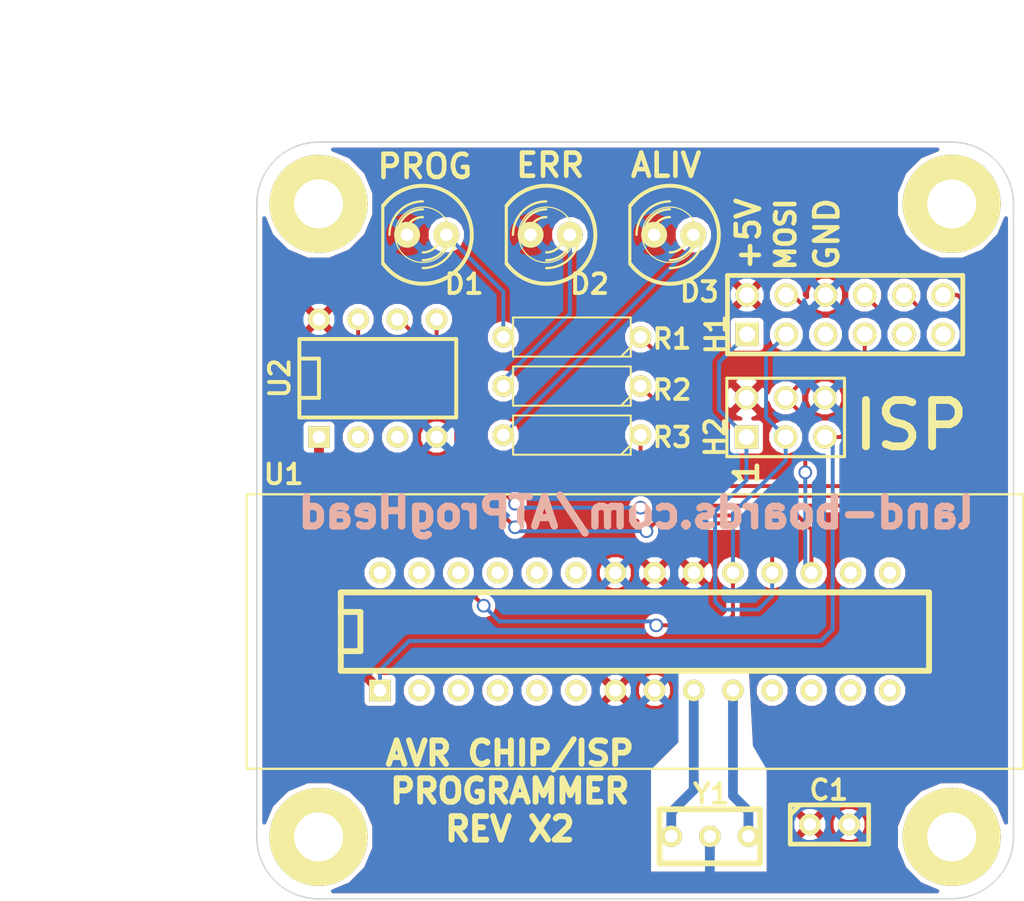
<source format=kicad_pcb>
(kicad_pcb (version 3) (host pcbnew "(2013-05-31 BZR 4019)-stable")

  (general
    (links 35)
    (no_connects 0)
    (area 28.000001 26.150001 95.9864 89.4184)
    (thickness 1.6)
    (drawings 22)
    (tracks 136)
    (zones 0)
    (modules 16)
    (nets 15)
  )

  (page A)
  (title_block 
    (title "Atmel AVR Programming Head")
    (rev X1)
    (company AAC)
  )

  (layers
    (15 F.Cu signal)
    (0 B.Cu signal)
    (20 B.SilkS user hide)
    (21 F.SilkS user)
    (22 B.Mask user)
    (23 F.Mask user)
    (24 Dwgs.User user)
    (25 Cmts.User user)
    (28 Edge.Cuts user)
  )

  (setup
    (last_trace_width 0.254)
    (user_trace_width 0.635)
    (trace_clearance 0.254)
    (zone_clearance 0.3048)
    (zone_45_only no)
    (trace_min 0.254)
    (segment_width 0.2)
    (edge_width 0.1)
    (via_size 0.889)
    (via_drill 0.635)
    (via_min_size 0.889)
    (via_min_drill 0.508)
    (uvia_size 0.508)
    (uvia_drill 0.127)
    (uvias_allowed no)
    (uvia_min_size 0.508)
    (uvia_min_drill 0.127)
    (pcb_text_width 0.3)
    (pcb_text_size 1.5 1.5)
    (mod_edge_width 0.15)
    (mod_text_size 1.27 1.27)
    (mod_text_width 0.254)
    (pad_size 1.5 1.5)
    (pad_drill 0.6)
    (pad_to_mask_clearance 0)
    (aux_axis_origin 0 0)
    (visible_elements 7FFFFFBF)
    (pcbplotparams
      (layerselection 284196865)
      (usegerberextensions true)
      (excludeedgelayer true)
      (linewidth 0.150000)
      (plotframeref false)
      (viasonmask false)
      (mode 1)
      (useauxorigin false)
      (hpglpennumber 1)
      (hpglpenspeed 20)
      (hpglpendiameter 15)
      (hpglpenoverlay 2)
      (psnegative false)
      (psa4output false)
      (plotreference true)
      (plotvalue true)
      (plotothertext true)
      (plotinvisibletext false)
      (padsonsilk false)
      (subtractmaskfromsilk false)
      (outputformat 1)
      (mirror false)
      (drillshape 0)
      (scaleselection 1)
      (outputdirectory plots/))
  )

  (net 0 "")
  (net 1 +5V)
  (net 2 /ER)
  (net 3 /ERR-D8)
  (net 4 /HB)
  (net 5 /HTBT-D9)
  (net 6 /MISO-D12)
  (net 7 /MOSI-D11)
  (net 8 /PG)
  (net 9 /PROG-D7)
  (net 10 /RST-D10)
  (net 11 /SCK-D13)
  (net 12 GND)
  (net 13 N-0000034)
  (net 14 N-0000035)

  (net_class Default "This is the default net class."
    (clearance 0.254)
    (trace_width 0.254)
    (via_dia 0.889)
    (via_drill 0.635)
    (uvia_dia 0.508)
    (uvia_drill 0.127)
    (add_net "")
    (add_net +5V)
    (add_net /ER)
    (add_net /ERR-D8)
    (add_net /HB)
    (add_net /HTBT-D9)
    (add_net /MISO-D12)
    (add_net /MOSI-D11)
    (add_net /PG)
    (add_net /PROG-D7)
    (add_net /RST-D10)
    (add_net /SCK-D13)
    (add_net GND)
    (add_net N-0000034)
    (add_net N-0000035)
  )

  (module MTG-4-40   locked (layer F.Cu) (tedit 5238B500) (tstamp 5238B709)
    (at 90 80)
    (path /5238A584)
    (fp_text reference MTG4 (at 0.75 5.5) (layer F.SilkS) hide
      (effects (font (size 1.27 1.27) (thickness 0.254)))
    )
    (fp_text value CONN_1 (at 0.5 8.25) (layer F.SilkS) hide
      (effects (font (size 1.524 1.524) (thickness 0.3048)))
    )
    (pad 1 thru_hole circle (at 0 0) (size 6.35 6.35) (drill 3.175)
      (layers *.Cu *.Mask F.SilkS)
    )
  )

  (module MTG-4-40   locked (layer F.Cu) (tedit 5238B507) (tstamp 5238B70E)
    (at 49 39)
    (path /4FF58FB4)
    (fp_text reference MTG1 (at 0.25 -7.25) (layer F.SilkS) hide
      (effects (font (size 1.27 1.27) (thickness 0.254)))
    )
    (fp_text value CONN_1 (at 0 -5.08) (layer F.SilkS) hide
      (effects (font (size 1.524 1.524) (thickness 0.3048)))
    )
    (pad 1 thru_hole circle (at 0 0) (size 6.35 6.35) (drill 3.175)
      (layers *.Cu *.Mask F.SilkS)
    )
  )

  (module MTG-4-40   locked (layer F.Cu) (tedit 5238B504) (tstamp 5238B713)
    (at 90 39)
    (path /4FF58FB9)
    (fp_text reference MTG2 (at 0.75 -7.25) (layer F.SilkS) hide
      (effects (font (size 1.27 1.27) (thickness 0.254)))
    )
    (fp_text value CONN_1 (at 0 -5.08) (layer F.SilkS) hide
      (effects (font (size 1.524 1.524) (thickness 0.3048)))
    )
    (pad 1 thru_hole circle (at 0 0) (size 6.35 6.35) (drill 3.175)
      (layers *.Cu *.Mask F.SilkS)
    )
  )

  (module MTG-4-40   locked (layer F.Cu) (tedit 5238B4FC) (tstamp 5238B718)
    (at 49 80)
    (path /4FF58FBC)
    (fp_text reference MTG3 (at 0.5 7.75) (layer F.SilkS) hide
      (effects (font (size 1.27 1.27) (thickness 0.254)))
    )
    (fp_text value CONN_1 (at -0.25 5.5) (layer F.SilkS) hide
      (effects (font (size 1.524 1.524) (thickness 0.3048)))
    )
    (pad 1 thru_hole circle (at 0 0) (size 6.35 6.35) (drill 3.175)
      (layers *.Cu *.Mask F.SilkS)
    )
  )

  (module TEXTOOL-28N (layer F.Cu) (tedit 53B82A25) (tstamp 52419D67)
    (at 69.4856 66.6992)
    (descr "28 pins DIL package, round pads, width 300mil")
    (tags DIL)
    (path /5241902D)
    (fp_text reference U1 (at -22.7496 -10.1842) (layer F.SilkS)
      (effects (font (size 1.27 1.27) (thickness 0.254)))
    )
    (fp_text value ATMEGA328-PU (at 10.16 0) (layer F.SilkS) hide
      (effects (font (size 1.524 1.143) (thickness 0.28575)))
    )
    (fp_line (start -25.146 -8.89) (end -25.146 8.89) (layer F.SilkS) (width 0.15))
    (fp_line (start -25.146 8.89) (end 25.146 8.89) (layer F.SilkS) (width 0.15))
    (fp_line (start 25.146 -8.89) (end -25.146 -8.89) (layer F.SilkS) (width 0.15))
    (fp_line (start 25.146 -8.89) (end 25.146 8.89) (layer F.SilkS) (width 0.15))
    (fp_line (start -19.05 -2.54) (end 19.05 -2.54) (layer F.SilkS) (width 0.381))
    (fp_line (start 19.05 -2.54) (end 19.05 2.54) (layer F.SilkS) (width 0.381))
    (fp_line (start 19.05 2.54) (end -19.05 2.54) (layer F.SilkS) (width 0.381))
    (fp_line (start -19.05 2.54) (end -19.05 -2.54) (layer F.SilkS) (width 0.381))
    (fp_line (start -19.05 -1.27) (end -17.78 -1.27) (layer F.SilkS) (width 0.381))
    (fp_line (start -17.78 -1.27) (end -17.78 1.27) (layer F.SilkS) (width 0.381))
    (fp_line (start -17.78 1.27) (end -19.05 1.27) (layer F.SilkS) (width 0.381))
    (pad 2 thru_hole circle (at -13.97 3.81) (size 1.397 1.397) (drill 0.8128)
      (layers *.Cu *.Mask F.SilkS)
    )
    (pad 3 thru_hole circle (at -11.43 3.81) (size 1.397 1.397) (drill 0.8128)
      (layers *.Cu *.Mask F.SilkS)
    )
    (pad 4 thru_hole circle (at -8.89 3.81) (size 1.397 1.397) (drill 0.8128)
      (layers *.Cu *.Mask F.SilkS)
    )
    (pad 5 thru_hole circle (at -6.35 3.81) (size 1.397 1.397) (drill 0.8128)
      (layers *.Cu *.Mask F.SilkS)
    )
    (pad 6 thru_hole circle (at -3.81 3.81) (size 1.397 1.397) (drill 0.8128)
      (layers *.Cu *.Mask F.SilkS)
    )
    (pad 7 thru_hole circle (at -1.27 3.81) (size 1.397 1.397) (drill 0.8128)
      (layers *.Cu *.Mask F.SilkS)
      (net 1 +5V)
    )
    (pad 8 thru_hole circle (at 1.27 3.81) (size 1.397 1.397) (drill 0.8128)
      (layers *.Cu *.Mask F.SilkS)
      (net 12 GND)
    )
    (pad 9 thru_hole circle (at 3.81 3.81) (size 1.397 1.397) (drill 0.8128)
      (layers *.Cu *.Mask F.SilkS)
      (net 13 N-0000034)
    )
    (pad 10 thru_hole circle (at 6.35 3.81) (size 1.397 1.397) (drill 0.8128)
      (layers *.Cu *.Mask F.SilkS)
      (net 14 N-0000035)
    )
    (pad 11 thru_hole circle (at 8.89 3.81) (size 1.397 1.397) (drill 0.8128)
      (layers *.Cu *.Mask F.SilkS)
    )
    (pad 12 thru_hole circle (at 11.43 3.81) (size 1.397 1.397) (drill 0.8128)
      (layers *.Cu *.Mask F.SilkS)
    )
    (pad 13 thru_hole circle (at 13.97 3.81) (size 1.397 1.397) (drill 0.8128)
      (layers *.Cu *.Mask F.SilkS)
    )
    (pad 14 thru_hole circle (at 16.51 3.81) (size 1.397 1.397) (drill 0.8128)
      (layers *.Cu *.Mask F.SilkS)
    )
    (pad 1 thru_hole rect (at -16.51 3.81) (size 1.397 1.397) (drill 0.8128)
      (layers *.Cu *.Mask F.SilkS)
      (net 10 /RST-D10)
    )
    (pad 15 thru_hole circle (at 16.51 -3.81) (size 1.397 1.397) (drill 0.8128)
      (layers *.Cu *.Mask F.SilkS)
    )
    (pad 16 thru_hole circle (at 13.97 -3.81) (size 1.397 1.397) (drill 0.8128)
      (layers *.Cu *.Mask F.SilkS)
    )
    (pad 17 thru_hole circle (at 11.43 -3.81) (size 1.397 1.397) (drill 0.8128)
      (layers *.Cu *.Mask F.SilkS)
      (net 7 /MOSI-D11)
    )
    (pad 18 thru_hole circle (at 8.89 -3.81) (size 1.397 1.397) (drill 0.8128)
      (layers *.Cu *.Mask F.SilkS)
      (net 6 /MISO-D12)
    )
    (pad 19 thru_hole circle (at 6.35 -3.81) (size 1.397 1.397) (drill 0.8128)
      (layers *.Cu *.Mask F.SilkS)
      (net 11 /SCK-D13)
    )
    (pad 20 thru_hole circle (at 3.81 -3.81) (size 1.397 1.397) (drill 0.8128)
      (layers *.Cu *.Mask F.SilkS)
      (net 1 +5V)
    )
    (pad 21 thru_hole circle (at 1.27 -3.81) (size 1.397 1.397) (drill 0.8128)
      (layers *.Cu *.Mask F.SilkS)
      (net 1 +5V)
    )
    (pad 22 thru_hole circle (at -1.27 -3.81) (size 1.397 1.397) (drill 0.8128)
      (layers *.Cu *.Mask F.SilkS)
      (net 12 GND)
    )
    (pad 23 thru_hole circle (at -3.81 -3.81) (size 1.397 1.397) (drill 0.8128)
      (layers *.Cu *.Mask F.SilkS)
    )
    (pad 24 thru_hole circle (at -6.35 -3.81) (size 1.397 1.397) (drill 0.8128)
      (layers *.Cu *.Mask F.SilkS)
    )
    (pad 25 thru_hole circle (at -8.89 -3.81) (size 1.397 1.397) (drill 0.8128)
      (layers *.Cu *.Mask F.SilkS)
    )
    (pad 26 thru_hole circle (at -11.43 -3.81) (size 1.397 1.397) (drill 0.8128)
      (layers *.Cu *.Mask F.SilkS)
    )
    (pad 27 thru_hole circle (at -13.97 -3.81) (size 1.397 1.397) (drill 0.8128)
      (layers *.Cu *.Mask F.SilkS)
    )
    (pad 28 thru_hole circle (at -16.51 -3.81) (size 1.397 1.397) (drill 0.8128)
      (layers *.Cu *.Mask F.SilkS)
    )
    (model dil/dil_28-w300.wrl
      (at (xyz 0 0 0))
      (scale (xyz 1 1 1))
      (rotate (xyz 0 0 0))
    )
  )

  (module RESON_3PIN (layer F.Cu) (tedit 53B82CDD) (tstamp 52419D7F)
    (at 74.337 79.958 270)
    (descr RESONATOR)
    (tags "RESONATOR, 3 PIN")
    (path /52419048)
    (fp_text reference Y1 (at -2.742 -0.085 360) (layer F.SilkS)
      (effects (font (size 1.27 1.27) (thickness 0.254)))
    )
    (fp_text value 16MHz (at 2.94894 -0.0508 360) (layer F.SilkS) hide
      (effects (font (size 1.524 1.016) (thickness 0.254)))
    )
    (fp_line (start -1.75006 3.2512) (end -1.75006 -3.2512) (layer F.SilkS) (width 0.381))
    (fp_line (start -1.75006 -3.2512) (end 1.75006 -3.2512) (layer F.SilkS) (width 0.381))
    (fp_line (start 1.75006 -3.2512) (end 1.75006 3.2512) (layer F.SilkS) (width 0.381))
    (fp_line (start 1.75006 3.2512) (end -1.75006 3.2512) (layer F.SilkS) (width 0.381))
    (pad 3 thru_hole circle (at 0 -2.49936) (size 1.397 1.397) (drill 0.8128)
      (layers *.Cu *.Mask F.SilkS)
      (net 14 N-0000035)
    )
    (pad 1 thru_hole circle (at 0 2.49936) (size 1.397 1.397) (drill 0.8128)
      (layers *.Cu *.Mask F.SilkS)
      (net 13 N-0000034)
    )
    (pad 2 thru_hole circle (at 0 0) (size 1.397 1.397) (drill 0.8128)
      (layers *.Cu *.Mask F.SilkS)
      (net 12 GND)
    )
  )

  (module LED-5MM (layer F.Cu) (tedit 53B826E0) (tstamp 52419DCC)
    (at 56 41 180)
    (descr "LED 5mm - Lead pitch 100mil (2,54mm)")
    (tags "LED led 5mm 5MM 100mil 2,54mm")
    (path /5241971B)
    (attr virtual)
    (fp_text reference D1 (at -2.42 -3.196 180) (layer F.SilkS)
      (effects (font (size 1.27 1.27) (thickness 0.254)))
    )
    (fp_text value LED (at 0 3.81 180) (layer F.SilkS) hide
      (effects (font (size 0.762 0.762) (thickness 0.0889)))
    )
    (fp_line (start 2.8448 1.905) (end 2.8448 -1.905) (layer F.SilkS) (width 0.2032))
    (fp_circle (center 0.254 0) (end -1.016 1.27) (layer F.SilkS) (width 0.0762))
    (fp_arc (start 0.254 0) (end 2.794 1.905) (angle 286.2) (layer F.SilkS) (width 0.254))
    (fp_arc (start 0.254 0) (end -0.889 0) (angle 90) (layer F.SilkS) (width 0.1524))
    (fp_arc (start 0.254 0) (end 1.397 0) (angle 90) (layer F.SilkS) (width 0.1524))
    (fp_arc (start 0.254 0) (end -1.397 0) (angle 90) (layer F.SilkS) (width 0.1524))
    (fp_arc (start 0.254 0) (end 1.905 0) (angle 90) (layer F.SilkS) (width 0.1524))
    (fp_arc (start 0.254 0) (end -1.905 0) (angle 90) (layer F.SilkS) (width 0.1524))
    (fp_arc (start 0.254 0) (end 2.413 0) (angle 90) (layer F.SilkS) (width 0.1524))
    (pad 1 thru_hole circle (at -1.27 0 180) (size 1.6764 1.6764) (drill 0.8128)
      (layers *.Cu *.Mask F.SilkS)
      (net 8 /PG)
    )
    (pad 2 thru_hole circle (at 1.27 0 180) (size 1.6764 1.6764) (drill 0.8128)
      (layers *.Cu *.Mask F.SilkS)
      (net 12 GND)
    )
    (model discret/leds/led5_vertical_verde.wrl
      (at (xyz 0 0 0))
      (scale (xyz 1 1 1))
      (rotate (xyz 0 0 0))
    )
  )

  (module LED-5MM (layer F.Cu) (tedit 53B826E2) (tstamp 52419DDB)
    (at 64 41 180)
    (descr "LED 5mm - Lead pitch 100mil (2,54mm)")
    (tags "LED led 5mm 5MM 100mil 2,54mm")
    (path /5241972A)
    (attr virtual)
    (fp_text reference D2 (at -2.548 -3.196 180) (layer F.SilkS)
      (effects (font (size 1.27 1.27) (thickness 0.254)))
    )
    (fp_text value LED (at 0 3.81 180) (layer F.SilkS) hide
      (effects (font (size 0.762 0.762) (thickness 0.0889)))
    )
    (fp_line (start 2.8448 1.905) (end 2.8448 -1.905) (layer F.SilkS) (width 0.2032))
    (fp_circle (center 0.254 0) (end -1.016 1.27) (layer F.SilkS) (width 0.0762))
    (fp_arc (start 0.254 0) (end 2.794 1.905) (angle 286.2) (layer F.SilkS) (width 0.254))
    (fp_arc (start 0.254 0) (end -0.889 0) (angle 90) (layer F.SilkS) (width 0.1524))
    (fp_arc (start 0.254 0) (end 1.397 0) (angle 90) (layer F.SilkS) (width 0.1524))
    (fp_arc (start 0.254 0) (end -1.397 0) (angle 90) (layer F.SilkS) (width 0.1524))
    (fp_arc (start 0.254 0) (end 1.905 0) (angle 90) (layer F.SilkS) (width 0.1524))
    (fp_arc (start 0.254 0) (end -1.905 0) (angle 90) (layer F.SilkS) (width 0.1524))
    (fp_arc (start 0.254 0) (end 2.413 0) (angle 90) (layer F.SilkS) (width 0.1524))
    (pad 1 thru_hole circle (at -1.27 0 180) (size 1.6764 1.6764) (drill 0.8128)
      (layers *.Cu *.Mask F.SilkS)
      (net 2 /ER)
    )
    (pad 2 thru_hole circle (at 1.27 0 180) (size 1.6764 1.6764) (drill 0.8128)
      (layers *.Cu *.Mask F.SilkS)
      (net 12 GND)
    )
    (model discret/leds/led5_vertical_verde.wrl
      (at (xyz 0 0 0))
      (scale (xyz 1 1 1))
      (rotate (xyz 0 0 0))
    )
  )

  (module LED-5MM (layer F.Cu) (tedit 53B826D9) (tstamp 52419DEA)
    (at 72 41 180)
    (descr "LED 5mm - Lead pitch 100mil (2,54mm)")
    (tags "LED led 5mm 5MM 100mil 2,54mm")
    (path /52419739)
    (attr virtual)
    (fp_text reference D3 (at -1.66 -3.704 180) (layer F.SilkS)
      (effects (font (size 1.27 1.27) (thickness 0.254)))
    )
    (fp_text value LED (at 0 3.81 180) (layer F.SilkS) hide
      (effects (font (size 0.762 0.762) (thickness 0.0889)))
    )
    (fp_line (start 2.8448 1.905) (end 2.8448 -1.905) (layer F.SilkS) (width 0.2032))
    (fp_circle (center 0.254 0) (end -1.016 1.27) (layer F.SilkS) (width 0.0762))
    (fp_arc (start 0.254 0) (end 2.794 1.905) (angle 286.2) (layer F.SilkS) (width 0.254))
    (fp_arc (start 0.254 0) (end -0.889 0) (angle 90) (layer F.SilkS) (width 0.1524))
    (fp_arc (start 0.254 0) (end 1.397 0) (angle 90) (layer F.SilkS) (width 0.1524))
    (fp_arc (start 0.254 0) (end -1.397 0) (angle 90) (layer F.SilkS) (width 0.1524))
    (fp_arc (start 0.254 0) (end 1.905 0) (angle 90) (layer F.SilkS) (width 0.1524))
    (fp_arc (start 0.254 0) (end -1.905 0) (angle 90) (layer F.SilkS) (width 0.1524))
    (fp_arc (start 0.254 0) (end 2.413 0) (angle 90) (layer F.SilkS) (width 0.1524))
    (pad 1 thru_hole circle (at -1.27 0 180) (size 1.6764 1.6764) (drill 0.8128)
      (layers *.Cu *.Mask F.SilkS)
      (net 4 /HB)
    )
    (pad 2 thru_hole circle (at 1.27 0 180) (size 1.6764 1.6764) (drill 0.8128)
      (layers *.Cu *.Mask F.SilkS)
      (net 12 GND)
    )
    (model discret/leds/led5_vertical_verde.wrl
      (at (xyz 0 0 0))
      (scale (xyz 1 1 1))
      (rotate (xyz 0 0 0))
    )
  )

  (module DIP-8__300 (layer F.Cu) (tedit 5241D23A) (tstamp 52419DFD)
    (at 52.832 50.292)
    (descr "8 pins DIL package, round pads")
    (tags DIL)
    (path /52419088)
    (fp_text reference U2 (at -6.35 0 90) (layer F.SilkS)
      (effects (font (size 1.27 1.27) (thickness 0.254)))
    )
    (fp_text value ATTINY85 (at 0.4318 0.0762) (layer F.SilkS) hide
      (effects (font (size 1.27 1.016) (thickness 0.2032)))
    )
    (fp_line (start -5.08 -1.27) (end -3.81 -1.27) (layer F.SilkS) (width 0.254))
    (fp_line (start -3.81 -1.27) (end -3.81 1.27) (layer F.SilkS) (width 0.254))
    (fp_line (start -3.81 1.27) (end -5.08 1.27) (layer F.SilkS) (width 0.254))
    (fp_line (start -5.08 -2.54) (end 5.08 -2.54) (layer F.SilkS) (width 0.254))
    (fp_line (start 5.08 -2.54) (end 5.08 2.54) (layer F.SilkS) (width 0.254))
    (fp_line (start 5.08 2.54) (end -5.08 2.54) (layer F.SilkS) (width 0.254))
    (fp_line (start -5.08 2.54) (end -5.08 -2.54) (layer F.SilkS) (width 0.254))
    (pad 1 thru_hole rect (at -3.81 3.81) (size 1.397 1.397) (drill 0.8128)
      (layers *.Cu *.Mask F.SilkS)
      (net 10 /RST-D10)
    )
    (pad 2 thru_hole circle (at -1.27 3.81) (size 1.397 1.397) (drill 0.8128)
      (layers *.Cu *.Mask F.SilkS)
    )
    (pad 3 thru_hole circle (at 1.27 3.81) (size 1.397 1.397) (drill 0.8128)
      (layers *.Cu *.Mask F.SilkS)
    )
    (pad 4 thru_hole circle (at 3.81 3.81) (size 1.397 1.397) (drill 0.8128)
      (layers *.Cu *.Mask F.SilkS)
      (net 12 GND)
    )
    (pad 5 thru_hole circle (at 3.81 -3.81) (size 1.397 1.397) (drill 0.8128)
      (layers *.Cu *.Mask F.SilkS)
      (net 7 /MOSI-D11)
    )
    (pad 6 thru_hole circle (at 1.27 -3.81) (size 1.397 1.397) (drill 0.8128)
      (layers *.Cu *.Mask F.SilkS)
      (net 6 /MISO-D12)
    )
    (pad 7 thru_hole circle (at -1.27 -3.81) (size 1.397 1.397) (drill 0.8128)
      (layers *.Cu *.Mask F.SilkS)
      (net 11 /SCK-D13)
    )
    (pad 8 thru_hole circle (at -3.81 -3.81) (size 1.397 1.397) (drill 0.8128)
      (layers *.Cu *.Mask F.SilkS)
      (net 1 +5V)
    )
    (model dil/dil_8.wrl
      (at (xyz 0 0 0))
      (scale (xyz 1 1 1))
      (rotate (xyz 0 0 0))
    )
  )

  (module pin_array_6x2 (layer F.Cu) (tedit 53B81A29) (tstamp 52419F7D)
    (at 83.1 46.176)
    (descr "Double rangee de contacts 2 x 6 pins")
    (tags CONN)
    (path /5241948C)
    (fp_text reference H1 (at -8.3732 1.2712 90) (layer F.SilkS)
      (effects (font (size 1.27 1.27) (thickness 0.254)))
    )
    (fp_text value CONN_6X2 (at 0 3.81) (layer F.SilkS) hide
      (effects (font (size 1.016 1.016) (thickness 0.2032)))
    )
    (fp_line (start -7.62 -2.54) (end 7.62 -2.54) (layer F.SilkS) (width 0.3048))
    (fp_line (start 7.62 -2.54) (end 7.62 2.54) (layer F.SilkS) (width 0.3048))
    (fp_line (start 7.62 2.54) (end -7.62 2.54) (layer F.SilkS) (width 0.3048))
    (fp_line (start -7.62 2.54) (end -7.62 -2.54) (layer F.SilkS) (width 0.3048))
    (pad 1 thru_hole rect (at -6.35 1.27) (size 1.524 1.524) (drill 1.016)
      (layers *.Cu *.Mask F.SilkS)
      (net 6 /MISO-D12)
    )
    (pad 2 thru_hole circle (at -6.35 -1.27) (size 1.524 1.524) (drill 1.016)
      (layers *.Cu *.Mask F.SilkS)
      (net 1 +5V)
    )
    (pad 3 thru_hole circle (at -3.81 1.27) (size 1.524 1.524) (drill 1.016)
      (layers *.Cu *.Mask F.SilkS)
      (net 11 /SCK-D13)
    )
    (pad 4 thru_hole circle (at -3.81 -1.27) (size 1.524 1.524) (drill 1.016)
      (layers *.Cu *.Mask F.SilkS)
      (net 7 /MOSI-D11)
    )
    (pad 5 thru_hole circle (at -1.27 1.27) (size 1.524 1.524) (drill 1.016)
      (layers *.Cu *.Mask F.SilkS)
    )
    (pad 6 thru_hole circle (at -1.27 -1.27) (size 1.524 1.524) (drill 1.016)
      (layers *.Cu *.Mask F.SilkS)
      (net 12 GND)
    )
    (pad 7 thru_hole circle (at 1.27 1.27) (size 1.524 1.524) (drill 1.016)
      (layers *.Cu *.Mask F.SilkS)
      (net 10 /RST-D10)
    )
    (pad 8 thru_hole circle (at 1.27 -1.27) (size 1.524 1.524) (drill 1.016)
      (layers *.Cu *.Mask F.SilkS)
      (net 9 /PROG-D7)
    )
    (pad 9 thru_hole circle (at 3.81 1.27) (size 1.524 1.524) (drill 1.016)
      (layers *.Cu *.Mask F.SilkS)
    )
    (pad 10 thru_hole circle (at 3.81 -1.27) (size 1.524 1.524) (drill 1.016)
      (layers *.Cu *.Mask F.SilkS)
      (net 3 /ERR-D8)
    )
    (pad 11 thru_hole circle (at 6.35 1.27) (size 1.524 1.524) (drill 1.016)
      (layers *.Cu *.Mask F.SilkS)
    )
    (pad 12 thru_hole circle (at 6.35 -1.27) (size 1.524 1.524) (drill 1.016)
      (layers *.Cu *.Mask F.SilkS)
      (net 5 /HTBT-D9)
    )
    (model pin_array/pins_array_6x2.wrl
      (at (xyz 0 0 0))
      (scale (xyz 1 1 1))
      (rotate (xyz 0 0 0))
    )
  )

  (module C1 (layer F.Cu) (tedit 53B82CE3) (tstamp 52419D74)
    (at 82.084 79.196)
    (descr "Condensateur e = 1 pas")
    (tags C)
    (path /5241903C)
    (fp_text reference C1 (at -0.042 -2.234) (layer F.SilkS)
      (effects (font (size 1.27 1.27) (thickness 0.254)))
    )
    (fp_text value 0.1uF (at -18.669 -0.254 90) (layer F.SilkS) hide
      (effects (font (size 1.016 1.016) (thickness 0.2032)))
    )
    (fp_line (start -2.4892 -1.27) (end 2.54 -1.27) (layer F.SilkS) (width 0.3048))
    (fp_line (start 2.54 -1.27) (end 2.54 1.27) (layer F.SilkS) (width 0.3048))
    (fp_line (start 2.54 1.27) (end -2.54 1.27) (layer F.SilkS) (width 0.3048))
    (fp_line (start -2.54 1.27) (end -2.54 -1.27) (layer F.SilkS) (width 0.3048))
    (fp_line (start -2.54 -0.635) (end -1.905 -1.27) (layer F.SilkS) (width 0.3048))
    (pad 1 thru_hole circle (at -1.27 0) (size 1.397 1.397) (drill 0.8128)
      (layers *.Cu *.Mask F.SilkS)
      (net 1 +5V)
    )
    (pad 2 thru_hole circle (at 1.27 0) (size 1.397 1.397) (drill 0.8128)
      (layers *.Cu *.Mask F.SilkS)
      (net 12 GND)
    )
    (model discret/capa_1_pas.wrl
      (at (xyz 0 0 0))
      (scale (xyz 1 1 1))
      (rotate (xyz 0 0 0))
    )
  )

  (module R3-5 (layer F.Cu) (tedit 53B82CFA) (tstamp 52419D8D)
    (at 65.405 47.625 180)
    (path /524196E4)
    (fp_text reference R1 (at -6.477 -0.127 180) (layer F.SilkS)
      (effects (font (size 1.27 1.27) (thickness 0.254)))
    )
    (fp_text value 330 (at 0.381 -9.017 180) (layer F.SilkS) hide
      (effects (font (size 1.27 1.016) (thickness 0.1524)))
    )
    (fp_line (start -3.81 -0.635) (end -3.81 1.27) (layer F.SilkS) (width 0.127))
    (fp_line (start -3.81 1.27) (end 3.81 1.27) (layer F.SilkS) (width 0.127))
    (fp_line (start 3.81 1.27) (end 3.81 -1.27) (layer F.SilkS) (width 0.127))
    (fp_line (start 3.81 -1.27) (end -3.81 -1.27) (layer F.SilkS) (width 0.127))
    (fp_line (start -3.81 -1.27) (end -3.81 -0.635) (layer F.SilkS) (width 0.127))
    (fp_line (start -4.445 0) (end -3.81 0) (layer F.SilkS) (width 0.127))
    (fp_line (start 3.81 0) (end 4.445 0) (layer F.SilkS) (width 0.127))
    (fp_line (start -3.81 -0.635) (end -3.175 -1.27) (layer F.SilkS) (width 0.127))
    (pad 1 thru_hole circle (at -4.445 0 180) (size 1.397 1.397) (drill 0.8128)
      (layers *.Cu *.Mask F.SilkS)
      (net 9 /PROG-D7)
    )
    (pad 2 thru_hole circle (at 4.445 0 180) (size 1.397 1.397) (drill 0.8128)
      (layers *.Cu *.Mask F.SilkS)
      (net 8 /PG)
    )
    (model discret/resistor.wrl
      (at (xyz 0 0 0))
      (scale (xyz 0.35 0.35 0.3))
      (rotate (xyz 0 0 0))
    )
  )

  (module R3-5 (layer F.Cu) (tedit 53B82CF5) (tstamp 52419D9B)
    (at 65.405 50.8 180)
    (path /524196F3)
    (fp_text reference R2 (at -6.477 -0.254 180) (layer F.SilkS)
      (effects (font (size 1.27 1.27) (thickness 0.254)))
    )
    (fp_text value 330 (at 0.381 -9.017 180) (layer F.SilkS) hide
      (effects (font (size 1.27 1.016) (thickness 0.1524)))
    )
    (fp_line (start -3.81 -0.635) (end -3.81 1.27) (layer F.SilkS) (width 0.127))
    (fp_line (start -3.81 1.27) (end 3.81 1.27) (layer F.SilkS) (width 0.127))
    (fp_line (start 3.81 1.27) (end 3.81 -1.27) (layer F.SilkS) (width 0.127))
    (fp_line (start 3.81 -1.27) (end -3.81 -1.27) (layer F.SilkS) (width 0.127))
    (fp_line (start -3.81 -1.27) (end -3.81 -0.635) (layer F.SilkS) (width 0.127))
    (fp_line (start -4.445 0) (end -3.81 0) (layer F.SilkS) (width 0.127))
    (fp_line (start 3.81 0) (end 4.445 0) (layer F.SilkS) (width 0.127))
    (fp_line (start -3.81 -0.635) (end -3.175 -1.27) (layer F.SilkS) (width 0.127))
    (pad 1 thru_hole circle (at -4.445 0 180) (size 1.397 1.397) (drill 0.8128)
      (layers *.Cu *.Mask F.SilkS)
      (net 3 /ERR-D8)
    )
    (pad 2 thru_hole circle (at 4.445 0 180) (size 1.397 1.397) (drill 0.8128)
      (layers *.Cu *.Mask F.SilkS)
      (net 2 /ER)
    )
    (model discret/resistor.wrl
      (at (xyz 0 0 0))
      (scale (xyz 0.35 0.35 0.3))
      (rotate (xyz 0 0 0))
    )
  )

  (module R3-5 (layer F.Cu) (tedit 52655D3C) (tstamp 52419DA9)
    (at 65.405 53.975 180)
    (path /5241970C)
    (fp_text reference R3 (at -6.48 -0.15 180) (layer F.SilkS)
      (effects (font (size 1.27 1.27) (thickness 0.254)))
    )
    (fp_text value 330 (at 0.381 -9.017 180) (layer F.SilkS) hide
      (effects (font (size 1.27 1.016) (thickness 0.1524)))
    )
    (fp_line (start -3.81 -0.635) (end -3.81 1.27) (layer F.SilkS) (width 0.127))
    (fp_line (start -3.81 1.27) (end 3.81 1.27) (layer F.SilkS) (width 0.127))
    (fp_line (start 3.81 1.27) (end 3.81 -1.27) (layer F.SilkS) (width 0.127))
    (fp_line (start 3.81 -1.27) (end -3.81 -1.27) (layer F.SilkS) (width 0.127))
    (fp_line (start -3.81 -1.27) (end -3.81 -0.635) (layer F.SilkS) (width 0.127))
    (fp_line (start -4.445 0) (end -3.81 0) (layer F.SilkS) (width 0.127))
    (fp_line (start 3.81 0) (end 4.445 0) (layer F.SilkS) (width 0.127))
    (fp_line (start -3.81 -0.635) (end -3.175 -1.27) (layer F.SilkS) (width 0.127))
    (pad 1 thru_hole circle (at -4.445 0 180) (size 1.397 1.397) (drill 0.8128)
      (layers *.Cu *.Mask F.SilkS)
      (net 5 /HTBT-D9)
    )
    (pad 2 thru_hole circle (at 4.445 0 180) (size 1.397 1.397) (drill 0.8128)
      (layers *.Cu *.Mask F.SilkS)
      (net 4 /HB)
    )
    (model discret/resistor.wrl
      (at (xyz 0 0 0))
      (scale (xyz 0.35 0.35 0.3))
      (rotate (xyz 0 0 0))
    )
  )

  (module pin_array_3x2 (layer F.Cu) (tedit 53B81C0B) (tstamp 53B81CB1)
    (at 79.248 52.832)
    (descr "Double rangee de contacts 2 x 4 pins")
    (tags CONN)
    (path /53B81B03)
    (fp_text reference H2 (at -4.572 1.27 90) (layer F.SilkS)
      (effects (font (size 1.27 1.27) (thickness 0.254)))
    )
    (fp_text value CONN_3X2 (at 0 3.81) (layer F.SilkS) hide
      (effects (font (size 1.016 1.016) (thickness 0.2032)))
    )
    (fp_line (start 3.81 2.54) (end -3.81 2.54) (layer F.SilkS) (width 0.2032))
    (fp_line (start -3.81 -2.54) (end 3.81 -2.54) (layer F.SilkS) (width 0.2032))
    (fp_line (start 3.81 -2.54) (end 3.81 2.54) (layer F.SilkS) (width 0.2032))
    (fp_line (start -3.81 2.54) (end -3.81 -2.54) (layer F.SilkS) (width 0.2032))
    (pad 1 thru_hole rect (at -2.54 1.27) (size 1.524 1.524) (drill 1.016)
      (layers *.Cu *.Mask F.SilkS)
      (net 6 /MISO-D12)
    )
    (pad 2 thru_hole circle (at -2.54 -1.27) (size 1.524 1.524) (drill 1.016)
      (layers *.Cu *.Mask F.SilkS)
      (net 1 +5V)
    )
    (pad 3 thru_hole circle (at 0 1.27) (size 1.524 1.524) (drill 1.016)
      (layers *.Cu *.Mask F.SilkS)
      (net 11 /SCK-D13)
    )
    (pad 4 thru_hole circle (at 0 -1.27) (size 1.524 1.524) (drill 1.016)
      (layers *.Cu *.Mask F.SilkS)
      (net 7 /MOSI-D11)
    )
    (pad 5 thru_hole circle (at 2.54 1.27) (size 1.524 1.524) (drill 1.016)
      (layers *.Cu *.Mask F.SilkS)
      (net 10 /RST-D10)
    )
    (pad 6 thru_hole circle (at 2.54 -1.27) (size 1.524 1.524) (drill 1.016)
      (layers *.Cu *.Mask F.SilkS)
      (net 12 GND)
    )
    (model pin_array/pins_array_3x2.wrl
      (at (xyz 0 0 0))
      (scale (xyz 1 1 1))
      (rotate (xyz 0 0 0))
    )
  )

  (gr_text 1 (at 76.708 56.388 90) (layer F.SilkS)
    (effects (font (size 1.5 1.5) (thickness 0.3)))
  )
  (dimension 49 (width 0.3) (layer Dwgs.User)
    (gr_text "49.000 mm" (at 34.65 59.5 90) (layer Dwgs.User)
      (effects (font (size 1.5 1.5) (thickness 0.3)))
    )
    (feature1 (pts (xy 49 35) (xy 33.3 35)))
    (feature2 (pts (xy 49 84) (xy 33.3 84)))
    (crossbar (pts (xy 36 84) (xy 36 35)))
    (arrow1a (pts (xy 36 35) (xy 36.58642 36.126503)))
    (arrow1b (pts (xy 36 35) (xy 35.41358 36.126503)))
    (arrow2a (pts (xy 36 84) (xy 36.58642 82.873497)))
    (arrow2b (pts (xy 36 84) (xy 35.41358 82.873497)))
  )
  (gr_text land-boards.com/ATProgHead (at 69.5706 59.0042) (layer B.SilkS)
    (effects (font (size 1.905 1.905) (thickness 0.47625)) (justify mirror))
  )
  (dimension 41 (width 0.3) (layer Dwgs.User)
    (gr_text "41.000 mm" (at 40.65 59.5 90) (layer Dwgs.User)
      (effects (font (size 1.5 1.5) (thickness 0.3)))
    )
    (feature1 (pts (xy 49 39) (xy 39.3 39)))
    (feature2 (pts (xy 49 80) (xy 39.3 80)))
    (crossbar (pts (xy 42 80) (xy 42 39)))
    (arrow1a (pts (xy 42 39) (xy 42.58642 40.126503)))
    (arrow1b (pts (xy 42 39) (xy 41.41358 40.126503)))
    (arrow2a (pts (xy 42 80) (xy 42.58642 78.873497)))
    (arrow2b (pts (xy 42 80) (xy 41.41358 78.873497)))
  )
  (dimension 49 (width 0.3) (layer Dwgs.User)
    (gr_text "49.000 mm" (at 69.5 27.650001) (layer Dwgs.User)
      (effects (font (size 1.5 1.5) (thickness 0.3)))
    )
    (feature1 (pts (xy 94 39) (xy 94 26.300001)))
    (feature2 (pts (xy 45 39) (xy 45 26.300001)))
    (crossbar (pts (xy 45 29.000001) (xy 94 29.000001)))
    (arrow1a (pts (xy 94 29.000001) (xy 92.873497 29.586421)))
    (arrow1b (pts (xy 94 29.000001) (xy 92.873497 28.413581)))
    (arrow2a (pts (xy 45 29.000001) (xy 46.126503 29.586421)))
    (arrow2b (pts (xy 45 29.000001) (xy 46.126503 28.413581)))
  )
  (dimension 41 (width 0.3) (layer Dwgs.User)
    (gr_text "41.000 mm" (at 69.5 31.650001) (layer Dwgs.User)
      (effects (font (size 1.5 1.5) (thickness 0.3)))
    )
    (feature1 (pts (xy 90 39) (xy 90 30.300001)))
    (feature2 (pts (xy 49 39) (xy 49 30.300001)))
    (crossbar (pts (xy 49 33.000001) (xy 90 33.000001)))
    (arrow1a (pts (xy 90 33.000001) (xy 88.873497 33.586421)))
    (arrow1b (pts (xy 90 33.000001) (xy 88.873497 32.413581)))
    (arrow2a (pts (xy 49 33.000001) (xy 50.126503 33.586421)))
    (arrow2b (pts (xy 49 33.000001) (xy 50.126503 32.413581)))
  )
  (gr_text ALIV (at 71.5 36.5) (layer F.SilkS)
    (effects (font (size 1.5 1.5) (thickness 0.3)))
  )
  (gr_text ERR (at 64 36.5) (layer F.SilkS)
    (effects (font (size 1.5 1.5) (thickness 0.3)))
  )
  (gr_text PROG (at 55.88 36.576) (layer F.SilkS)
    (effects (font (size 1.5 1.5) (thickness 0.3)))
  )
  (gr_text GND (at 81.915 43.434 90) (layer F.SilkS)
    (effects (font (size 1.5 1.5) (thickness 0.3)) (justify left))
  )
  (gr_text MOSI (at 79.248 43.434 90) (layer F.SilkS)
    (effects (font (size 1.25 1.25) (thickness 0.3)) (justify left))
  )
  (gr_text +5V (at 76.835 43.434 90) (layer F.SilkS)
    (effects (font (size 1.5 1.5) (thickness 0.3)) (justify left))
  )
  (gr_text "AVR CHIP/ISP\nPROGRAMMER\nREV X2" (at 61.383 77.037) (layer F.SilkS)
    (effects (font (size 1.524 1.524) (thickness 0.381)))
  )
  (gr_text ISP (at 87.376 53.34) (layer F.SilkS)
    (effects (font (size 3 3) (thickness 0.508)))
  )
  (gr_line (start 45 80.25) (end 45 39) (angle 90) (layer Edge.Cuts) (width 0.1))
  (gr_line (start 90 84) (end 49.25 84) (angle 90) (layer Edge.Cuts) (width 0.1))
  (gr_line (start 94 39) (end 94 80) (angle 90) (layer Edge.Cuts) (width 0.1))
  (gr_line (start 49 35) (end 90 35) (angle 90) (layer Edge.Cuts) (width 0.1))
  (gr_arc (start 49 80) (end 49.25 84) (angle 90) (layer Edge.Cuts) (width 0.1))
  (gr_arc (start 90 80) (end 94 80) (angle 90) (layer Edge.Cuts) (width 0.1))
  (gr_arc (start 90 39) (end 90 35) (angle 90) (layer Edge.Cuts) (width 0.1))
  (gr_arc (start 49 39) (end 45 39) (angle 90) (layer Edge.Cuts) (width 0.1))

  (segment (start 65.27 41) (end 65.27 46.099) (width 0.254) (layer B.Cu) (net 2) (status 10))
  (segment (start 65.27 46.099) (end 60.875 50.494) (width 0.254) (layer B.Cu) (net 2) (tstamp 53B824E7) (status 20))
  (segment (start 71.882 55.245) (end 71.882 52.832) (width 0.254) (layer F.Cu) (net 3))
  (segment (start 86.91 44.906) (end 87.07 44.906) (width 0.254) (layer F.Cu) (net 3) (status 30))
  (segment (start 88.138 45.974) (end 88.138 48.514) (width 0.254) (layer F.Cu) (net 3) (tstamp 53B81D59))
  (segment (start 87.07 44.906) (end 88.138 45.974) (width 0.254) (layer F.Cu) (net 3) (tstamp 53B81D58) (status 10))
  (segment (start 71.882 57.15) (end 72.644 57.912) (width 0.254) (layer F.Cu) (net 3) (tstamp 53B82859))
  (segment (start 72.644 57.912) (end 81.534 57.912) (width 0.254) (layer F.Cu) (net 3) (tstamp 53B8285A))
  (segment (start 71.882 55.372) (end 71.882 57.15) (width 0.254) (layer F.Cu) (net 3))
  (segment (start 83.439 57.912) (end 86.487 54.864) (width 0.254) (layer F.Cu) (net 3) (tstamp 53B829E5))
  (segment (start 86.487 54.864) (end 86.487 50.165) (width 0.254) (layer F.Cu) (net 3) (tstamp 53B829E7))
  (segment (start 86.487 50.165) (end 88.138 48.514) (width 0.254) (layer F.Cu) (net 3) (tstamp 53B829EA))
  (segment (start 81.534 57.912) (end 83.439 57.912) (width 0.254) (layer F.Cu) (net 3))
  (segment (start 71.882 55.372) (end 71.882 55.245) (width 0.254) (layer F.Cu) (net 3))
  (segment (start 71.882 52.832) (end 69.85 50.8) (width 0.254) (layer F.Cu) (net 3) (tstamp 53B82C2B))
  (segment (start 73.27 41) (end 73.27 41.665) (width 0.254) (layer B.Cu) (net 4))
  (segment (start 73.27 41.665) (end 60.96 53.975) (width 0.254) (layer B.Cu) (net 4) (tstamp 53B82C85))
  (segment (start 73.025 58.547) (end 71.882 58.547) (width 0.254) (layer F.Cu) (net 5))
  (segment (start 69.85 56.515) (end 69.85 53.975) (width 0.254) (layer F.Cu) (net 5) (tstamp 53B82C3A))
  (segment (start 71.882 58.547) (end 69.85 56.515) (width 0.254) (layer F.Cu) (net 5) (tstamp 53B82C38))
  (segment (start 83.058 58.547) (end 83.82 58.547) (width 0.254) (layer F.Cu) (net 5))
  (segment (start 89.281 49.657) (end 90.297 49.657) (width 0.254) (layer F.Cu) (net 5) (tstamp 53B829FB))
  (segment (start 87.757 51.181) (end 89.281 49.657) (width 0.254) (layer F.Cu) (net 5) (tstamp 53B829F9))
  (segment (start 87.757 54.61) (end 87.757 51.181) (width 0.254) (layer F.Cu) (net 5) (tstamp 53B829F5))
  (segment (start 83.82 58.547) (end 87.757 54.61) (width 0.254) (layer F.Cu) (net 5) (tstamp 53B829F4))
  (segment (start 73.025 58.547) (end 83.058 58.547) (width 0.254) (layer F.Cu) (net 5) (tstamp 53B82C36))
  (segment (start 90.297 49.657) (end 91.186 48.768) (width 0.254) (layer F.Cu) (net 5) (tstamp 53B82A01))
  (segment (start 90.372 44.906) (end 89.45 44.906) (width 0.254) (layer F.Cu) (net 5) (tstamp 53B81D56) (status 20))
  (segment (start 91.186 45.72) (end 90.372 44.906) (width 0.254) (layer F.Cu) (net 5) (tstamp 53B81D55))
  (segment (start 91.186 48.768) (end 91.186 45.72) (width 0.254) (layer F.Cu) (net 5) (tstamp 53B81FC8))
  (segment (start 60.452 58.166) (end 60.452 58.674) (width 0.254) (layer F.Cu) (net 6))
  (segment (start 60.452 58.674) (end 61.722 59.944) (width 0.254) (layer F.Cu) (net 6) (tstamp 53B82A94))
  (segment (start 58.547 53.975) (end 58.547 56.261) (width 0.254) (layer F.Cu) (net 6))
  (segment (start 58.547 56.261) (end 60.452 58.166) (width 0.254) (layer F.Cu) (net 6) (tstamp 53B82A83))
  (segment (start 70.738998 59.690002) (end 71.247 59.690002) (width 0.254) (layer F.Cu) (net 6) (tstamp 53B82906))
  (segment (start 71.247 59.690002) (end 77.724002 59.690002) (width 0.254) (layer F.Cu) (net 6) (tstamp 53B8290A))
  (segment (start 77.724002 59.690002) (end 78.3756 60.3416) (width 0.254) (layer F.Cu) (net 6) (tstamp 53B82541))
  (segment (start 78.3756 60.3416) (end 78.3756 62.8892) (width 0.254) (layer F.Cu) (net 6) (tstamp 53B82542) (status 20))
  (via (at 61.722 59.944) (size 0.889) (layers F.Cu B.Cu) (net 6))
  (segment (start 61.722 59.944) (end 61.976 60.198) (width 0.254) (layer B.Cu) (net 6) (tstamp 53B82901))
  (segment (start 61.976 60.198) (end 70.231 60.198) (width 0.254) (layer B.Cu) (net 6) (tstamp 53B82902))
  (via (at 70.231 60.198) (size 0.889) (layers F.Cu B.Cu) (net 6))
  (segment (start 70.231 60.198) (end 70.738998 59.690002) (width 0.254) (layer F.Cu) (net 6) (tstamp 53B82905))
  (segment (start 54.102 46.482) (end 54.229 46.482) (width 0.254) (layer F.Cu) (net 6) (status 30))
  (segment (start 54.229 46.482) (end 58.547 50.8) (width 0.254) (layer F.Cu) (net 6) (tstamp 53B825D2) (status 10))
  (segment (start 58.547 50.8) (end 58.547 53.975) (width 0.254) (layer F.Cu) (net 6) (tstamp 53B8257C))
  (segment (start 76.708 54.102) (end 76.708 56.896) (width 0.254) (layer B.Cu) (net 6) (status 10))
  (segment (start 78.3756 64.3724) (end 78.3756 62.8892) (width 0.254) (layer B.Cu) (net 6) (tstamp 53B81D0D) (status 20))
  (segment (start 77.47 65.278) (end 78.3756 64.3724) (width 0.254) (layer B.Cu) (net 6) (tstamp 53B81D0C))
  (segment (start 75.184 65.278) (end 77.47 65.278) (width 0.254) (layer B.Cu) (net 6) (tstamp 53B81D0B))
  (segment (start 74.676 64.77) (end 75.184 65.278) (width 0.254) (layer B.Cu) (net 6) (tstamp 53B81D0A))
  (segment (start 74.676 58.928) (end 74.676 64.77) (width 0.254) (layer B.Cu) (net 6) (tstamp 53B81D08))
  (segment (start 76.708 56.896) (end 74.676 58.928) (width 0.254) (layer B.Cu) (net 6) (tstamp 53B81D06))
  (segment (start 74.93 52.324) (end 74.93 49.266) (width 0.254) (layer B.Cu) (net 6))
  (segment (start 74.93 49.266) (end 76.75 47.446) (width 0.254) (layer B.Cu) (net 6) (tstamp 53B81CF8) (status 20))
  (segment (start 74.93 52.324) (end 76.708 54.102) (width 0.254) (layer B.Cu) (net 6) (tstamp 53B81CED) (status 20))
  (segment (start 59.182 55.499) (end 59.182 55.88) (width 0.254) (layer F.Cu) (net 7))
  (segment (start 70.358 59.182) (end 70.739 59.182) (width 0.254) (layer F.Cu) (net 7) (tstamp 53B828F5))
  (segment (start 69.85 58.674) (end 70.358 59.182) (width 0.254) (layer F.Cu) (net 7) (tstamp 53B828F4))
  (via (at 69.85 58.674) (size 0.889) (layers F.Cu B.Cu) (net 7))
  (segment (start 61.976 58.674) (end 69.85 58.674) (width 0.254) (layer B.Cu) (net 7) (tstamp 53B828EF))
  (segment (start 61.722 58.42) (end 61.976 58.674) (width 0.254) (layer B.Cu) (net 7) (tstamp 53B828EE))
  (via (at 61.722 58.42) (size 0.889) (layers F.Cu B.Cu) (net 7))
  (segment (start 59.182 55.88) (end 61.722 58.42) (width 0.254) (layer F.Cu) (net 7) (tstamp 53B828E9))
  (segment (start 80.518 53.086) (end 80.518 56.388) (width 0.254) (layer F.Cu) (net 7))
  (via (at 80.518 56.388) (size 0.889) (layers F.Cu B.Cu) (net 7))
  (segment (start 79.248 51.562) (end 80.518 52.832) (width 0.254) (layer F.Cu) (net 7))
  (segment (start 80.518 52.832) (end 80.518 53.086) (width 0.254) (layer F.Cu) (net 7) (tstamp 53B827EF))
  (segment (start 79.248 51.562) (end 80.518 50.292) (width 0.254) (layer F.Cu) (net 7))
  (segment (start 79.704 44.906) (end 79.29 44.906) (width 0.254) (layer F.Cu) (net 7) (tstamp 53B82739))
  (segment (start 80.518 45.72) (end 79.704 44.906) (width 0.254) (layer F.Cu) (net 7) (tstamp 53B82738))
  (segment (start 80.518 50.292) (end 80.518 45.72) (width 0.254) (layer F.Cu) (net 7) (tstamp 53B82736))
  (segment (start 59.182 51.816) (end 59.182 50.546) (width 0.254) (layer F.Cu) (net 7))
  (segment (start 56.642 48.006) (end 56.642 46.482) (width 0.254) (layer F.Cu) (net 7) (tstamp 53B8264C))
  (segment (start 59.182 50.546) (end 56.642 48.006) (width 0.254) (layer F.Cu) (net 7) (tstamp 53B8264A))
  (segment (start 59.182 51.816) (end 59.182 55.499) (width 0.254) (layer F.Cu) (net 7) (tstamp 53B82648))
  (segment (start 80.9156 60.0876) (end 80.9156 62.8892) (width 0.254) (layer F.Cu) (net 7) (tstamp 53B82120) (status 20))
  (segment (start 70.739 59.182) (end 80.01 59.182) (width 0.254) (layer F.Cu) (net 7) (tstamp 53B828F8))
  (segment (start 80.01 59.182) (end 80.9156 60.0876) (width 0.254) (layer F.Cu) (net 7) (tstamp 53B8211E))
  (segment (start 80.518 62.4916) (end 80.518 56.388) (width 0.254) (layer B.Cu) (net 7) (status 10))
  (segment (start 80.518 62.4916) (end 80.9156 62.8892) (width 0.254) (layer B.Cu) (net 7) (tstamp 53B81D17) (status 30))
  (segment (start 60.96 47.625) (end 60.96 44.69) (width 0.254) (layer B.Cu) (net 8))
  (segment (start 60.96 44.69) (end 57.27 41) (width 0.254) (layer B.Cu) (net 8) (tstamp 53B82C62))
  (segment (start 72.644 52.07) (end 72.644 50.419) (width 0.254) (layer F.Cu) (net 9))
  (segment (start 72.644 50.419) (end 69.85 47.625) (width 0.254) (layer F.Cu) (net 9) (tstamp 53B82C58))
  (segment (start 80.264 57.277) (end 82.931 57.277) (width 0.254) (layer F.Cu) (net 9))
  (segment (start 85.598 54.61) (end 85.598 46.134) (width 0.254) (layer F.Cu) (net 9) (tstamp 53B829DA))
  (segment (start 82.931 57.277) (end 85.598 54.61) (width 0.254) (layer F.Cu) (net 9) (tstamp 53B829D8))
  (segment (start 72.644 54.991) (end 72.644 56.769) (width 0.254) (layer F.Cu) (net 9))
  (segment (start 73.152 57.277) (end 80.264 57.277) (width 0.254) (layer F.Cu) (net 9) (tstamp 53B82865))
  (segment (start 72.644 56.769) (end 73.152 57.277) (width 0.254) (layer F.Cu) (net 9) (tstamp 53B82864))
  (segment (start 72.644 52.07) (end 72.644 54.991) (width 0.254) (layer F.Cu) (net 9) (tstamp 53B82C56))
  (segment (start 85.598 46.134) (end 84.37 44.906) (width 0.254) (layer F.Cu) (net 9) (tstamp 53B81D72) (status 20))
  (segment (start 49.022 54.102) (end 49.022 66.5556) (width 0.635) (layer F.Cu) (net 10))
  (segment (start 49.022 66.5556) (end 52.9756 70.5092) (width 0.635) (layer F.Cu) (net 10) (tstamp 53B8296D))
  (segment (start 52.9756 70.5092) (end 52.9756 69.1984) (width 0.254) (layer B.Cu) (net 10) (status 10))
  (segment (start 52.9756 69.1984) (end 54.864 67.31) (width 0.254) (layer B.Cu) (net 10) (tstamp 53B824BF))
  (segment (start 81.788 54.102) (end 82.804 54.102) (width 0.254) (layer F.Cu) (net 10) (status 10))
  (segment (start 84.37 52.536) (end 84.37 47.446) (width 0.254) (layer F.Cu) (net 10) (tstamp 53B820DE) (status 20))
  (segment (start 82.804 54.102) (end 84.37 52.536) (width 0.254) (layer F.Cu) (net 10) (tstamp 53B820DC))
  (segment (start 82.296 54.61) (end 81.788 54.102) (width 0.254) (layer B.Cu) (net 10) (tstamp 53B81DA9) (status 30))
  (segment (start 82.296 66.548) (end 82.296 54.61) (width 0.254) (layer B.Cu) (net 10) (tstamp 53B81DA6) (status 20))
  (segment (start 81.534 67.31) (end 82.296 66.548) (width 0.254) (layer B.Cu) (net 10) (tstamp 53B81DA5))
  (segment (start 54.864 67.31) (end 81.534 67.31) (width 0.254) (layer B.Cu) (net 10) (tstamp 53B824C3))
  (segment (start 59.182 62.23) (end 59.182 57.785) (width 0.254) (layer F.Cu) (net 11))
  (segment (start 59.182 57.785) (end 57.912 56.515) (width 0.254) (layer F.Cu) (net 11) (tstamp 53B82AB1))
  (segment (start 75.8356 62.8892) (end 75.8356 59.0384) (width 0.254) (layer B.Cu) (net 11))
  (segment (start 79.248 55.626) (end 79.248 54.102) (width 0.254) (layer B.Cu) (net 11) (tstamp 53B82761))
  (segment (start 75.8356 59.0384) (end 79.248 55.626) (width 0.254) (layer B.Cu) (net 11) (tstamp 53B82760))
  (segment (start 57.912 55.372) (end 57.912 51.816) (width 0.254) (layer F.Cu) (net 11))
  (segment (start 57.912 55.372) (end 57.912 56.515) (width 0.254) (layer F.Cu) (net 11) (tstamp 53B82622))
  (segment (start 57.912 51.816) (end 54.864 48.768) (width 0.254) (layer F.Cu) (net 11) (tstamp 53B82624))
  (segment (start 54.864 48.768) (end 52.832 48.768) (width 0.254) (layer F.Cu) (net 11) (tstamp 53B82626))
  (segment (start 52.832 48.768) (end 51.562 47.498) (width 0.254) (layer F.Cu) (net 11) (tstamp 53B82628))
  (segment (start 51.562 47.498) (end 51.562 46.482) (width 0.254) (layer F.Cu) (net 11) (tstamp 53B8262A))
  (segment (start 59.182 62.23) (end 59.182 64.516) (width 0.254) (layer F.Cu) (net 11) (tstamp 53B82AAF))
  (segment (start 59.182 64.516) (end 59.69 65.024) (width 0.254) (layer F.Cu) (net 11) (tstamp 53B82564))
  (segment (start 75.8356 62.8892) (end 75.8356 65.6424) (width 0.254) (layer F.Cu) (net 11) (status 10))
  (segment (start 60.706 66.04) (end 59.69 65.024) (width 0.254) (layer B.Cu) (net 11) (tstamp 53B824B9))
  (segment (start 70.612 66.04) (end 60.706 66.04) (width 0.254) (layer B.Cu) (net 11) (tstamp 53B824B7))
  (segment (start 70.866 66.294) (end 70.612 66.04) (width 0.254) (layer B.Cu) (net 11) (tstamp 53B824B6))
  (via (at 70.866 66.294) (size 0.889) (layers F.Cu B.Cu) (net 11))
  (segment (start 75.184 66.294) (end 70.866 66.294) (width 0.254) (layer F.Cu) (net 11) (tstamp 53B824B3))
  (segment (start 75.8356 65.6424) (end 75.184 66.294) (width 0.254) (layer F.Cu) (net 11) (tstamp 53B824B1))
  (via (at 59.69 65.024) (size 0.889) (layers F.Cu B.Cu) (net 11))
  (segment (start 79.29 47.446) (end 79.29 47.456) (width 0.254) (layer B.Cu) (net 11) (status 30))
  (segment (start 77.978 52.832) (end 79.248 54.102) (width 0.254) (layer B.Cu) (net 11) (tstamp 53B81CF3) (status 20))
  (segment (start 77.978 48.768) (end 77.978 52.832) (width 0.254) (layer B.Cu) (net 11) (tstamp 53B81CF1))
  (segment (start 79.29 47.456) (end 77.978 48.768) (width 0.254) (layer B.Cu) (net 11) (tstamp 53B81CF0) (status 10))
  (segment (start 74.337 79.958) (end 74.337 83.006) (width 0.635) (layer B.Cu) (net 12) (status 10))
  (segment (start 71.83764 79.958) (end 71.83764 78.40336) (width 0.635) (layer B.Cu) (net 13) (status 10))
  (segment (start 71.83764 78.40336) (end 73.2956 76.9454) (width 0.635) (layer B.Cu) (net 13) (tstamp 53B818B3))
  (segment (start 73.2956 76.9454) (end 73.2956 70.5092) (width 0.635) (layer B.Cu) (net 13) (tstamp 53B818B4) (status 20))
  (segment (start 76.83636 79.958) (end 76.83636 78.33496) (width 0.635) (layer B.Cu) (net 14) (status 10))
  (segment (start 76.83636 78.33496) (end 75.8356 77.3342) (width 0.635) (layer B.Cu) (net 14) (tstamp 53B818B9))
  (segment (start 75.8356 77.3342) (end 75.8356 70.5092) (width 0.635) (layer B.Cu) (net 14) (tstamp 53B818BB) (status 20))

  (zone (net 1) (net_name +5V) (layer F.Cu) (tstamp 5238B7E2) (hatch edge 0.508)
    (connect_pads (clearance 0.3048))
    (min_thickness 0.254)
    (fill (arc_segments 16) (thermal_gap 0.508) (thermal_bridge_width 0.508))
    (polygon
      (pts
        (xy 49 35) (xy 90 35) (xy 94 39.25) (xy 94 80) (xy 90 84)
        (xy 49 84) (xy 45 79.75) (xy 45 38.75)
      )
    )
    (filled_polygon
      (pts
        (xy 93.5182 79.069772) (xy 93.059479 77.959581) (xy 92.045755 76.944087) (xy 91.7448 76.819119) (xy 91.7448 48.768)
        (xy 91.7448 45.72) (xy 91.744799 45.719999) (xy 91.702264 45.506156) (xy 91.581131 45.324869) (xy 91.581131 45.324868)
        (xy 90.767131 44.510869) (xy 90.585844 44.389736) (xy 90.52323 44.377281) (xy 90.462644 44.230651) (xy 90.127116 43.894537)
        (xy 89.688503 43.712409) (xy 89.21358 43.711994) (xy 88.774651 43.893356) (xy 88.438537 44.228884) (xy 88.256409 44.667497)
        (xy 88.255994 45.14242) (xy 88.368171 45.413909) (xy 88.102175 45.147913) (xy 88.103591 45.144503) (xy 88.104006 44.66958)
        (xy 87.922644 44.230651) (xy 87.587116 43.894537) (xy 87.148503 43.712409) (xy 86.67358 43.711994) (xy 86.234651 43.893356)
        (xy 85.898537 44.228884) (xy 85.716409 44.667497) (xy 85.715994 45.14242) (xy 85.897356 45.581349) (xy 86.232884 45.917463)
        (xy 86.671497 46.099591) (xy 87.14642 46.100006) (xy 87.37804 46.004302) (xy 87.5792 46.205462) (xy 87.5792 46.431249)
        (xy 87.148503 46.252409) (xy 86.67358 46.251994) (xy 86.234651 46.433356) (xy 86.1568 46.511071) (xy 86.1568 46.134)
        (xy 86.114264 45.920157) (xy 86.114264 45.920156) (xy 85.993131 45.738869) (xy 85.51523 45.260968) (xy 85.563591 45.144503)
        (xy 85.564006 44.66958) (xy 85.382644 44.230651) (xy 85.047116 43.894537) (xy 84.608503 43.712409) (xy 84.13358 43.711994)
        (xy 83.694651 43.893356) (xy 83.358537 44.228884) (xy 83.176409 44.667497) (xy 83.175994 45.14242) (xy 83.357356 45.581349)
        (xy 83.692884 45.917463) (xy 84.131497 46.099591) (xy 84.60642 46.100006) (xy 84.724821 46.051083) (xy 85.0392 46.365462)
        (xy 85.0392 46.431249) (xy 84.608503 46.252409) (xy 84.13358 46.251994) (xy 83.694651 46.433356) (xy 83.358537 46.768884)
        (xy 83.176409 47.207497) (xy 83.175994 47.68242) (xy 83.357356 48.121349) (xy 83.692884 48.457463) (xy 83.8112 48.506592)
        (xy 83.8112 52.304537) (xy 82.982006 53.133731) (xy 82.982006 51.32558) (xy 82.800644 50.886651) (xy 82.465116 50.550537)
        (xy 82.026503 50.368409) (xy 81.55158 50.367994) (xy 81.112651 50.549356) (xy 80.776537 50.884884) (xy 80.594409 51.323497)
        (xy 80.593994 51.79842) (xy 80.775356 52.237349) (xy 81.110884 52.573463) (xy 81.549497 52.755591) (xy 82.02442 52.756006)
        (xy 82.463349 52.574644) (xy 82.799463 52.239116) (xy 82.981591 51.800503) (xy 82.982006 51.32558) (xy 82.982006 53.133731)
        (xy 82.744914 53.370823) (xy 82.465116 53.090537) (xy 82.026503 52.908409) (xy 81.55158 52.907994) (xy 81.112651 53.089356)
        (xy 81.0768 53.125144) (xy 81.0768 53.086) (xy 81.0768 52.832) (xy 81.034264 52.618157) (xy 81.034264 52.618156)
        (xy 80.913131 52.436869) (xy 80.39323 51.916968) (xy 80.441591 51.800503) (xy 80.442006 51.32558) (xy 80.393083 51.207178)
        (xy 80.913131 50.687131) (xy 81.034264 50.505844) (xy 81.034264 50.505843) (xy 81.076799 50.292) (xy 81.0768 50.292)
        (xy 81.0768 48.381246) (xy 81.152884 48.457463) (xy 81.591497 48.639591) (xy 82.06642 48.640006) (xy 82.505349 48.458644)
        (xy 82.841463 48.123116) (xy 83.023591 47.684503) (xy 83.024006 47.20958) (xy 82.842644 46.770651) (xy 82.507116 46.434537)
        (xy 82.068503 46.252409) (xy 81.59358 46.251994) (xy 81.154651 46.433356) (xy 81.0768 46.511071) (xy 81.0768 45.841246)
        (xy 81.152884 45.917463) (xy 81.591497 46.099591) (xy 82.06642 46.100006) (xy 82.505349 45.918644) (xy 82.841463 45.583116)
        (xy 83.023591 45.144503) (xy 83.024006 44.66958) (xy 82.842644 44.230651) (xy 82.507116 43.894537) (xy 82.068503 43.712409)
        (xy 81.59358 43.711994) (xy 81.154651 43.893356) (xy 80.818537 44.228884) (xy 80.636409 44.667497) (xy 80.636076 45.047814)
        (xy 80.483808 44.895546) (xy 80.484006 44.66958) (xy 80.302644 44.230651) (xy 79.967116 43.894537) (xy 79.528503 43.712409)
        (xy 79.05358 43.711994) (xy 78.614651 43.893356) (xy 78.278537 44.228884) (xy 78.132463 44.580669) (xy 78.13136 44.558631)
        (xy 77.972396 44.174858) (xy 77.730212 44.105393) (xy 77.550607 44.284998) (xy 77.550607 43.925788) (xy 77.481142 43.683604)
        (xy 76.957696 43.496857) (xy 76.402631 43.52464) (xy 76.018858 43.683604) (xy 75.949393 43.925788) (xy 76.75 44.726395)
        (xy 77.550607 43.925788) (xy 77.550607 44.284998) (xy 76.929605 44.906) (xy 77.730212 45.706607) (xy 77.972396 45.637142)
        (xy 78.124383 45.211126) (xy 78.277356 45.581349) (xy 78.612884 45.917463) (xy 79.051497 46.099591) (xy 79.52642 46.100006)
        (xy 79.937774 45.930037) (xy 79.9592 45.951462) (xy 79.9592 46.431249) (xy 79.528503 46.252409) (xy 79.05358 46.251994)
        (xy 78.614651 46.433356) (xy 78.278537 46.768884) (xy 78.096409 47.207497) (xy 78.095994 47.68242) (xy 78.277356 48.121349)
        (xy 78.612884 48.457463) (xy 79.051497 48.639591) (xy 79.52642 48.640006) (xy 79.9592 48.461184) (xy 79.9592 50.060538)
        (xy 79.602968 50.416769) (xy 79.486503 50.368409) (xy 79.01158 50.367994) (xy 78.572651 50.549356) (xy 78.236537 50.884884)
        (xy 78.090463 51.236669) (xy 78.08936 51.214631) (xy 77.943874 50.863396) (xy 77.943874 48.122487) (xy 77.943874 46.598487)
        (xy 77.878275 46.439725) (xy 77.756914 46.318152) (xy 77.598267 46.252276) (xy 77.426487 46.252126) (xy 77.182431 46.252126)
        (xy 77.481142 46.128396) (xy 77.550607 45.886212) (xy 76.75 45.085605) (xy 76.570395 45.26521) (xy 76.570395 44.906)
        (xy 75.769788 44.105393) (xy 75.527604 44.174858) (xy 75.340857 44.698304) (xy 75.36864 45.253369) (xy 75.527604 45.637142)
        (xy 75.769788 45.706607) (xy 76.570395 44.906) (xy 76.570395 45.26521) (xy 75.949393 45.886212) (xy 76.018858 46.128396)
        (xy 76.365669 46.252126) (xy 75.902487 46.252126) (xy 75.743725 46.317725) (xy 75.622152 46.439086) (xy 75.556276 46.597733)
        (xy 75.556126 46.769513) (xy 75.556126 48.293513) (xy 75.621725 48.452275) (xy 75.743086 48.573848) (xy 75.901733 48.639724)
        (xy 76.073513 48.639874) (xy 77.597513 48.639874) (xy 77.756275 48.574275) (xy 77.877848 48.452914) (xy 77.943724 48.294267)
        (xy 77.943874 48.122487) (xy 77.943874 50.863396) (xy 77.930396 50.830858) (xy 77.688212 50.761393) (xy 77.508607 50.940998)
        (xy 77.508607 50.581788) (xy 77.439142 50.339604) (xy 76.915696 50.152857) (xy 76.360631 50.18064) (xy 75.976858 50.339604)
        (xy 75.907393 50.581788) (xy 76.708 51.382395) (xy 77.508607 50.581788) (xy 77.508607 50.940998) (xy 76.887605 51.562)
        (xy 77.688212 52.362607) (xy 77.930396 52.293142) (xy 78.082383 51.867126) (xy 78.235356 52.237349) (xy 78.570884 52.573463)
        (xy 79.009497 52.755591) (xy 79.48442 52.756006) (xy 79.602821 52.707083) (xy 79.9592 53.063462) (xy 79.9592 53.086)
        (xy 79.9592 53.12468) (xy 79.925116 53.090537) (xy 79.486503 52.908409) (xy 79.01158 52.907994) (xy 78.572651 53.089356)
        (xy 78.236537 53.424884) (xy 78.054409 53.863497) (xy 78.053994 54.33842) (xy 78.235356 54.777349) (xy 78.570884 55.113463)
        (xy 79.009497 55.295591) (xy 79.48442 55.296006) (xy 79.923349 55.114644) (xy 79.9592 55.078855) (xy 79.9592 55.70763)
        (xy 79.775542 55.890968) (xy 79.641852 56.212928) (xy 79.641548 56.561542) (xy 79.706277 56.7182) (xy 77.901874 56.7182)
        (xy 77.901874 54.778487) (xy 77.901874 53.254487) (xy 77.836275 53.095725) (xy 77.714914 52.974152) (xy 77.556267 52.908276)
        (xy 77.384487 52.908126) (xy 77.140431 52.908126) (xy 77.439142 52.784396) (xy 77.508607 52.542212) (xy 76.708 51.741605)
        (xy 76.528395 51.92121) (xy 76.528395 51.562) (xy 75.727788 50.761393) (xy 75.485604 50.830858) (xy 75.298857 51.354304)
        (xy 75.32664 51.909369) (xy 75.485604 52.293142) (xy 75.727788 52.362607) (xy 76.528395 51.562) (xy 76.528395 51.92121)
        (xy 75.907393 52.542212) (xy 75.976858 52.784396) (xy 76.323669 52.908126) (xy 75.860487 52.908126) (xy 75.701725 52.973725)
        (xy 75.580152 53.095086) (xy 75.514276 53.253733) (xy 75.514126 53.425513) (xy 75.514126 54.949513) (xy 75.579725 55.108275)
        (xy 75.701086 55.229848) (xy 75.859733 55.295724) (xy 76.031513 55.295874) (xy 77.555513 55.295874) (xy 77.714275 55.230275)
        (xy 77.835848 55.108914) (xy 77.901724 54.950267) (xy 77.901874 54.778487) (xy 77.901874 56.7182) (xy 74.540219 56.7182)
        (xy 74.540219 40.74849) (xy 74.347281 40.281543) (xy 73.990336 39.923975) (xy 73.523727 39.730222) (xy 73.01849 39.729781)
        (xy 72.551543 39.922719) (xy 72.193975 40.279664) (xy 72.000222 40.746273) (xy 72.000219 40.749709) (xy 72.000219 40.74849)
        (xy 71.807281 40.281543) (xy 71.450336 39.923975) (xy 70.983727 39.730222) (xy 70.47849 39.729781) (xy 70.011543 39.922719)
        (xy 69.653975 40.279664) (xy 69.460222 40.746273) (xy 69.459781 41.25151) (xy 69.652719 41.718457) (xy 70.009664 42.076025)
        (xy 70.476273 42.269778) (xy 70.98151 42.270219) (xy 71.448457 42.077281) (xy 71.806025 41.720336) (xy 71.999778 41.253727)
        (xy 72.000219 40.74849) (xy 72.000219 40.749709) (xy 71.999781 41.25151) (xy 72.192719 41.718457) (xy 72.549664 42.076025)
        (xy 73.016273 42.269778) (xy 73.52151 42.270219) (xy 73.988457 42.077281) (xy 74.346025 41.720336) (xy 74.539778 41.253727)
        (xy 74.540219 40.74849) (xy 74.540219 56.7182) (xy 73.383462 56.7182) (xy 73.2028 56.537537) (xy 73.2028 54.991)
        (xy 73.2028 52.07) (xy 73.2028 50.419) (xy 73.160264 50.205156) (xy 73.039131 50.023869) (xy 73.039131 50.023868)
        (xy 70.946647 47.931385) (xy 70.980102 47.850817) (xy 70.980495 47.401156) (xy 70.80878 46.985573) (xy 70.491099 46.667338)
        (xy 70.075817 46.494898) (xy 69.626156 46.494505) (xy 69.210573 46.66622) (xy 68.892338 46.983901) (xy 68.719898 47.399183)
        (xy 68.719505 47.848844) (xy 68.89122 48.264427) (xy 69.208901 48.582662) (xy 69.624183 48.755102) (xy 70.073844 48.755495)
        (xy 70.156202 48.721465) (xy 72.0852 50.650462) (xy 72.0852 52.07) (xy 72.0852 52.244937) (xy 70.946647 51.106384)
        (xy 70.980102 51.025817) (xy 70.980495 50.576156) (xy 70.80878 50.160573) (xy 70.491099 49.842338) (xy 70.075817 49.669898)
        (xy 69.626156 49.669505) (xy 69.210573 49.84122) (xy 68.892338 50.158901) (xy 68.719898 50.574183) (xy 68.719505 51.023844)
        (xy 68.89122 51.439427) (xy 69.208901 51.757662) (xy 69.624183 51.930102) (xy 70.073844 51.930495) (xy 70.156202 51.896465)
        (xy 71.3232 53.063462) (xy 71.3232 55.245) (xy 71.3232 55.372) (xy 71.3232 57.15) (xy 71.335102 57.20984)
        (xy 70.4088 56.283537) (xy 70.4088 54.967094) (xy 70.489427 54.93378) (xy 70.807662 54.616099) (xy 70.980102 54.200817)
        (xy 70.980495 53.751156) (xy 70.80878 53.335573) (xy 70.491099 53.017338) (xy 70.075817 52.844898) (xy 69.626156 52.844505)
        (xy 69.210573 53.01622) (xy 68.892338 53.333901) (xy 68.719898 53.749183) (xy 68.719505 54.198844) (xy 68.89122 54.614427)
        (xy 69.208901 54.932662) (xy 69.2912 54.966835) (xy 69.2912 56.515) (xy 69.333736 56.728844) (xy 69.454869 56.910131)
        (xy 71.167937 58.6232) (xy 70.739 58.6232) (xy 70.726344 58.6232) (xy 70.726452 58.500458) (xy 70.593324 58.178264)
        (xy 70.347032 57.931542) (xy 70.025072 57.797852) (xy 69.676458 57.797548) (xy 69.354264 57.930676) (xy 69.107542 58.176968)
        (xy 68.973852 58.498928) (xy 68.973548 58.847542) (xy 69.106676 59.169736) (xy 69.352968 59.416458) (xy 69.649996 59.539795)
        (xy 69.488542 59.700968) (xy 69.354852 60.022928) (xy 69.354548 60.371542) (xy 69.487676 60.693736) (xy 69.733968 60.940458)
        (xy 70.055928 61.074148) (xy 70.404542 61.074452) (xy 70.726736 60.941324) (xy 70.973458 60.695032) (xy 71.107148 60.373072)
        (xy 71.107256 60.248802) (xy 71.247 60.248802) (xy 77.492539 60.248802) (xy 77.8168 60.573062) (xy 77.8168 61.897105)
        (xy 77.736173 61.93042) (xy 77.417938 62.248101) (xy 77.245498 62.663383) (xy 77.245105 63.113044) (xy 77.41682 63.528627)
        (xy 77.734501 63.846862) (xy 78.149783 64.019302) (xy 78.599444 64.019695) (xy 79.015027 63.84798) (xy 79.333262 63.530299)
        (xy 79.505702 63.115017) (xy 79.506095 62.665356) (xy 79.33438 62.249773) (xy 79.016699 61.931538) (xy 78.9344 61.897364)
        (xy 78.9344 60.3416) (xy 78.934399 60.341599) (xy 78.891864 60.127756) (xy 78.770731 59.946469) (xy 78.770731 59.946468)
        (xy 78.565062 59.7408) (xy 79.778537 59.7408) (xy 80.3568 60.319062) (xy 80.3568 61.897105) (xy 80.276173 61.93042)
        (xy 79.957938 62.248101) (xy 79.785498 62.663383) (xy 79.785105 63.113044) (xy 79.95682 63.528627) (xy 80.274501 63.846862)
        (xy 80.689783 64.019302) (xy 81.139444 64.019695) (xy 81.555027 63.84798) (xy 81.873262 63.530299) (xy 82.045702 63.115017)
        (xy 82.046095 62.665356) (xy 81.87438 62.249773) (xy 81.556699 61.931538) (xy 81.4744 61.897364) (xy 81.4744 60.0876)
        (xy 81.474399 60.087599) (xy 81.431864 59.873756) (xy 81.310731 59.692469) (xy 81.310731 59.692468) (xy 80.724062 59.1058)
        (xy 83.058 59.1058) (xy 83.82 59.1058) (xy 84.033843 59.063264) (xy 84.033844 59.063264) (xy 84.215131 58.942131)
        (xy 88.152131 55.005132) (xy 88.152131 55.005131) (xy 88.273264 54.823844) (xy 88.315799 54.610001) (xy 88.3158 54.61)
        (xy 88.3158 51.412462) (xy 89.512462 50.2158) (xy 90.297 50.2158) (xy 90.510843 50.173264) (xy 90.510844 50.173264)
        (xy 90.692131 50.052131) (xy 91.581131 49.163132) (xy 91.581131 49.163131) (xy 91.702264 48.981844) (xy 91.744799 48.768001)
        (xy 91.7448 48.768) (xy 91.7448 76.819119) (xy 90.720584 76.393828) (xy 89.285711 76.392576) (xy 87.959581 76.940521)
        (xy 87.126095 77.772554) (xy 87.126095 70.285356) (xy 87.126095 62.665356) (xy 86.95438 62.249773) (xy 86.636699 61.931538)
        (xy 86.221417 61.759098) (xy 85.771756 61.758705) (xy 85.356173 61.93042) (xy 85.037938 62.248101) (xy 84.865498 62.663383)
        (xy 84.865105 63.113044) (xy 85.03682 63.528627) (xy 85.354501 63.846862) (xy 85.769783 64.019302) (xy 86.219444 64.019695)
        (xy 86.635027 63.84798) (xy 86.953262 63.530299) (xy 87.125702 63.115017) (xy 87.126095 62.665356) (xy 87.126095 70.285356)
        (xy 86.95438 69.869773) (xy 86.636699 69.551538) (xy 86.221417 69.379098) (xy 85.771756 69.378705) (xy 85.356173 69.55042)
        (xy 85.037938 69.868101) (xy 84.865498 70.283383) (xy 84.865105 70.733044) (xy 85.03682 71.148627) (xy 85.354501 71.466862)
        (xy 85.769783 71.639302) (xy 86.219444 71.639695) (xy 86.635027 71.46798) (xy 86.953262 71.150299) (xy 87.125702 70.735017)
        (xy 87.126095 70.285356) (xy 87.126095 77.772554) (xy 86.944087 77.954245) (xy 86.393828 79.279416) (xy 86.392576 80.714289)
        (xy 86.940521 82.040419) (xy 87.954245 83.055913) (xy 89.067555 83.5182) (xy 84.586095 83.5182) (xy 84.586095 70.285356)
        (xy 84.586095 62.665356) (xy 84.41438 62.249773) (xy 84.096699 61.931538) (xy 83.681417 61.759098) (xy 83.231756 61.758705)
        (xy 82.816173 61.93042) (xy 82.497938 62.248101) (xy 82.325498 62.663383) (xy 82.325105 63.113044) (xy 82.49682 63.528627)
        (xy 82.814501 63.846862) (xy 83.229783 64.019302) (xy 83.679444 64.019695) (xy 84.095027 63.84798) (xy 84.413262 63.530299)
        (xy 84.585702 63.115017) (xy 84.586095 62.665356) (xy 84.586095 70.285356) (xy 84.41438 69.869773) (xy 84.096699 69.551538)
        (xy 83.681417 69.379098) (xy 83.231756 69.378705) (xy 82.816173 69.55042) (xy 82.497938 69.868101) (xy 82.325498 70.283383)
        (xy 82.325105 70.733044) (xy 82.49682 71.148627) (xy 82.814501 71.466862) (xy 83.229783 71.639302) (xy 83.679444 71.639695)
        (xy 84.095027 71.46798) (xy 84.413262 71.150299) (xy 84.585702 70.735017) (xy 84.586095 70.285356) (xy 84.586095 83.5182)
        (xy 84.484495 83.5182) (xy 84.484495 78.972156) (xy 84.31278 78.556573) (xy 83.995099 78.238338) (xy 83.579817 78.065898)
        (xy 83.130156 78.065505) (xy 82.714573 78.23722) (xy 82.396338 78.554901) (xy 82.223898 78.970183) (xy 82.223505 79.419844)
        (xy 82.39522 79.835427) (xy 82.712901 80.153662) (xy 83.128183 80.326102) (xy 83.577844 80.326495) (xy 83.993427 80.15478)
        (xy 84.311662 79.837099) (xy 84.484102 79.421817) (xy 84.484495 78.972156) (xy 84.484495 83.5182) (xy 82.159924 83.5182)
        (xy 82.159924 79.38852) (xy 82.131146 78.858802) (xy 82.046095 78.65347) (xy 82.046095 70.285356) (xy 81.87438 69.869773)
        (xy 81.556699 69.551538) (xy 81.141417 69.379098) (xy 80.691756 69.378705) (xy 80.276173 69.55042) (xy 79.957938 69.868101)
        (xy 79.785498 70.283383) (xy 79.785105 70.733044) (xy 79.95682 71.148627) (xy 80.274501 71.466862) (xy 80.689783 71.639302)
        (xy 81.139444 71.639695) (xy 81.555027 71.46798) (xy 81.873262 71.150299) (xy 82.045702 70.735017) (xy 82.046095 70.285356)
        (xy 82.046095 78.65347) (xy 81.983798 78.503072) (xy 81.748186 78.441419) (xy 81.568581 78.621024) (xy 81.568581 78.261814)
        (xy 81.506928 78.026202) (xy 81.00652 77.850076) (xy 80.476802 77.878854) (xy 80.121072 78.026202) (xy 80.059419 78.261814)
        (xy 80.814 79.016395) (xy 81.568581 78.261814) (xy 81.568581 78.621024) (xy 80.993605 79.196) (xy 81.748186 79.950581)
        (xy 81.983798 79.888928) (xy 82.159924 79.38852) (xy 82.159924 83.5182) (xy 81.568581 83.5182) (xy 81.568581 80.130186)
        (xy 80.814 79.375605) (xy 80.634395 79.55521) (xy 80.634395 79.196) (xy 79.879814 78.441419) (xy 79.644202 78.503072)
        (xy 79.506095 78.89546) (xy 79.506095 70.285356) (xy 79.33438 69.869773) (xy 79.016699 69.551538) (xy 78.601417 69.379098)
        (xy 78.151756 69.378705) (xy 77.736173 69.55042) (xy 77.417938 69.868101) (xy 77.245498 70.283383) (xy 77.245105 70.733044)
        (xy 77.41682 71.148627) (xy 77.734501 71.466862) (xy 78.149783 71.639302) (xy 78.599444 71.639695) (xy 79.015027 71.46798)
        (xy 79.333262 71.150299) (xy 79.505702 70.735017) (xy 79.506095 70.285356) (xy 79.506095 78.89546) (xy 79.468076 79.00348)
        (xy 79.496854 79.533198) (xy 79.644202 79.888928) (xy 79.879814 79.950581) (xy 80.634395 79.196) (xy 80.634395 79.55521)
        (xy 80.059419 80.130186) (xy 80.121072 80.365798) (xy 80.62148 80.541924) (xy 81.151198 80.513146) (xy 81.506928 80.365798)
        (xy 81.568581 80.130186) (xy 81.568581 83.5182) (xy 78.147 83.5182) (xy 78.147 82.371) (xy 78.147 75.476018)
        (xy 77.256018 74.075903) (xy 76.997321 69.29) (xy 76.966095 69.29) (xy 76.966095 62.665356) (xy 76.79438 62.249773)
        (xy 76.476699 61.931538) (xy 76.061417 61.759098) (xy 75.611756 61.758705) (xy 75.196173 61.93042) (xy 74.877938 62.248101)
        (xy 74.705498 62.663383) (xy 74.705105 63.113044) (xy 74.87682 63.528627) (xy 75.194501 63.846862) (xy 75.2768 63.881035)
        (xy 75.2768 65.410937) (xy 74.952537 65.7352) (xy 74.641524 65.7352) (xy 74.641524 63.08172) (xy 74.612746 62.552002)
        (xy 74.465398 62.196272) (xy 74.229786 62.134619) (xy 74.050181 62.314224) (xy 74.050181 61.955014) (xy 73.988528 61.719402)
        (xy 73.48812 61.543276) (xy 72.958402 61.572054) (xy 72.602672 61.719402) (xy 72.541019 61.955014) (xy 73.2956 62.709595)
        (xy 74.050181 61.955014) (xy 74.050181 62.314224) (xy 73.475205 62.8892) (xy 74.229786 63.643781) (xy 74.465398 63.582128)
        (xy 74.641524 63.08172) (xy 74.641524 65.7352) (xy 74.050181 65.7352) (xy 74.050181 63.823386) (xy 73.2956 63.068805)
        (xy 73.115995 63.24841) (xy 73.115995 62.8892) (xy 72.361414 62.134619) (xy 72.125802 62.196272) (xy 72.03374 62.457835)
        (xy 71.925398 62.196272) (xy 71.689786 62.134619) (xy 71.510181 62.314224) (xy 71.510181 61.955014) (xy 71.448528 61.719402)
        (xy 70.94812 61.543276) (xy 70.418402 61.572054) (xy 70.062672 61.719402) (xy 70.001019 61.955014) (xy 70.7556 62.709595)
        (xy 71.510181 61.955014) (xy 71.510181 62.314224) (xy 70.935205 62.8892) (xy 71.689786 63.643781) (xy 71.925398 63.582128)
        (xy 72.017459 63.320564) (xy 72.125802 63.582128) (xy 72.361414 63.643781) (xy 73.115995 62.8892) (xy 73.115995 63.24841)
        (xy 72.541019 63.823386) (xy 72.602672 64.058998) (xy 73.10308 64.235124) (xy 73.632798 64.206346) (xy 73.988528 64.058998)
        (xy 74.050181 63.823386) (xy 74.050181 65.7352) (xy 71.546369 65.7352) (xy 71.510181 65.698948) (xy 71.510181 63.823386)
        (xy 70.7556 63.068805) (xy 70.575995 63.24841) (xy 70.575995 62.8892) (xy 69.821414 62.134619) (xy 69.585802 62.196272)
        (xy 69.409676 62.69668) (xy 69.438454 63.226398) (xy 69.585802 63.582128) (xy 69.821414 63.643781) (xy 70.575995 62.8892)
        (xy 70.575995 63.24841) (xy 70.001019 63.823386) (xy 70.062672 64.058998) (xy 70.56308 64.235124) (xy 71.092798 64.206346)
        (xy 71.448528 64.058998) (xy 71.510181 63.823386) (xy 71.510181 65.698948) (xy 71.363032 65.551542) (xy 71.041072 65.417852)
        (xy 70.692458 65.417548) (xy 70.370264 65.550676) (xy 70.123542 65.796968) (xy 69.989852 66.118928) (xy 69.989548 66.467542)
        (xy 70.122676 66.789736) (xy 70.368968 67.036458) (xy 70.690928 67.170148) (xy 71.039542 67.170452) (xy 71.361736 67.037324)
        (xy 71.546582 66.8528) (xy 75.184 66.8528) (xy 75.397843 66.810264) (xy 75.397844 66.810264) (xy 75.579131 66.689131)
        (xy 76.230731 66.037532) (xy 76.230731 66.037531) (xy 76.351864 65.856244) (xy 76.394399 65.6424) (xy 76.3944 65.6424)
        (xy 76.3944 63.881294) (xy 76.475027 63.84798) (xy 76.793262 63.530299) (xy 76.965702 63.115017) (xy 76.966095 62.665356)
        (xy 76.966095 69.29) (xy 72.178 69.29) (xy 72.178 70.253274) (xy 72.165498 70.283383) (xy 72.165105 70.733044)
        (xy 72.178 70.764252) (xy 72.178 73.809395) (xy 71.886095 74.1013) (xy 71.886095 70.285356) (xy 71.71438 69.869773)
        (xy 71.396699 69.551538) (xy 70.981417 69.379098) (xy 70.531756 69.378705) (xy 70.116173 69.55042) (xy 69.797938 69.868101)
        (xy 69.625498 70.283383) (xy 69.625105 70.733044) (xy 69.79682 71.148627) (xy 70.114501 71.466862) (xy 70.529783 71.639302)
        (xy 70.979444 71.639695) (xy 71.395027 71.46798) (xy 71.713262 71.150299) (xy 71.885702 70.735017) (xy 71.886095 70.285356)
        (xy 71.886095 74.1013) (xy 70.4 75.587395) (xy 70.4 82.371) (xy 78.147 82.371) (xy 78.147 83.5182)
        (xy 69.561524 83.5182) (xy 69.561524 70.70172) (xy 69.532746 70.172002) (xy 69.385398 69.816272) (xy 69.346095 69.805987)
        (xy 69.346095 62.665356) (xy 69.17438 62.249773) (xy 68.856699 61.931538) (xy 68.441417 61.759098) (xy 67.991756 61.758705)
        (xy 67.576173 61.93042) (xy 67.257938 62.248101) (xy 67.085498 62.663383) (xy 67.085105 63.113044) (xy 67.25682 63.528627)
        (xy 67.574501 63.846862) (xy 67.989783 64.019302) (xy 68.439444 64.019695) (xy 68.855027 63.84798) (xy 69.173262 63.530299)
        (xy 69.345702 63.115017) (xy 69.346095 62.665356) (xy 69.346095 69.805987) (xy 69.149786 69.754619) (xy 68.970181 69.934224)
        (xy 68.970181 69.575014) (xy 68.908528 69.339402) (xy 68.40812 69.163276) (xy 67.878402 69.192054) (xy 67.522672 69.339402)
        (xy 67.461019 69.575014) (xy 68.2156 70.329595) (xy 68.970181 69.575014) (xy 68.970181 69.934224) (xy 68.395205 70.5092)
        (xy 69.149786 71.263781) (xy 69.385398 71.202128) (xy 69.561524 70.70172) (xy 69.561524 83.5182) (xy 68.970181 83.5182)
        (xy 68.970181 71.443386) (xy 68.2156 70.688805) (xy 68.035995 70.86841) (xy 68.035995 70.5092) (xy 67.281414 69.754619)
        (xy 67.045802 69.816272) (xy 66.869676 70.31668) (xy 66.898454 70.846398) (xy 67.045802 71.202128) (xy 67.281414 71.263781)
        (xy 68.035995 70.5092) (xy 68.035995 70.86841) (xy 67.461019 71.443386) (xy 67.522672 71.678998) (xy 68.02308 71.855124)
        (xy 68.552798 71.826346) (xy 68.908528 71.678998) (xy 68.970181 71.443386) (xy 68.970181 83.5182) (xy 66.806095 83.5182)
        (xy 66.806095 70.285356) (xy 66.806095 62.665356) (xy 66.63438 62.249773) (xy 66.540219 62.155447) (xy 66.540219 40.74849)
        (xy 66.347281 40.281543) (xy 65.990336 39.923975) (xy 65.523727 39.730222) (xy 65.01849 39.729781) (xy 64.551543 39.922719)
        (xy 64.193975 40.279664) (xy 64.000222 40.746273) (xy 64.000219 40.749709) (xy 64.000219 40.74849) (xy 63.807281 40.281543)
        (xy 63.450336 39.923975) (xy 62.983727 39.730222) (xy 62.47849 39.729781) (xy 62.011543 39.922719) (xy 61.653975 40.279664)
        (xy 61.460222 40.746273) (xy 61.459781 41.25151) (xy 61.652719 41.718457) (xy 62.009664 42.076025) (xy 62.476273 42.269778)
        (xy 62.98151 42.270219) (xy 63.448457 42.077281) (xy 63.806025 41.720336) (xy 63.999778 41.253727) (xy 64.000219 40.74849)
        (xy 64.000219 40.749709) (xy 63.999781 41.25151) (xy 64.192719 41.718457) (xy 64.549664 42.076025) (xy 65.016273 42.269778)
        (xy 65.52151 42.270219) (xy 65.988457 42.077281) (xy 66.346025 41.720336) (xy 66.539778 41.253727) (xy 66.540219 40.74849)
        (xy 66.540219 62.155447) (xy 66.316699 61.931538) (xy 65.901417 61.759098) (xy 65.451756 61.758705) (xy 65.036173 61.93042)
        (xy 64.717938 62.248101) (xy 64.545498 62.663383) (xy 64.545105 63.113044) (xy 64.71682 63.528627) (xy 65.034501 63.846862)
        (xy 65.449783 64.019302) (xy 65.899444 64.019695) (xy 66.315027 63.84798) (xy 66.633262 63.530299) (xy 66.805702 63.115017)
        (xy 66.806095 62.665356) (xy 66.806095 70.285356) (xy 66.63438 69.869773) (xy 66.316699 69.551538) (xy 65.901417 69.379098)
        (xy 65.451756 69.378705) (xy 65.036173 69.55042) (xy 64.717938 69.868101) (xy 64.545498 70.283383) (xy 64.545105 70.733044)
        (xy 64.71682 71.148627) (xy 65.034501 71.466862) (xy 65.449783 71.639302) (xy 65.899444 71.639695) (xy 66.315027 71.46798)
        (xy 66.633262 71.150299) (xy 66.805702 70.735017) (xy 66.806095 70.285356) (xy 66.806095 83.5182) (xy 64.266095 83.5182)
        (xy 64.266095 70.285356) (xy 64.266095 62.665356) (xy 64.09438 62.249773) (xy 63.776699 61.931538) (xy 63.361417 61.759098)
        (xy 62.911756 61.758705) (xy 62.598452 61.888159) (xy 62.598452 59.770458) (xy 62.465324 59.448264) (xy 62.219032 59.201542)
        (xy 62.172252 59.182117) (xy 62.217736 59.163324) (xy 62.464458 58.917032) (xy 62.598148 58.595072) (xy 62.598452 58.246458)
        (xy 62.465324 57.924264) (xy 62.219032 57.677542) (xy 62.090495 57.624168) (xy 62.090495 53.751156) (xy 62.090495 50.576156)
        (xy 62.090495 47.401156) (xy 61.91878 46.985573) (xy 61.601099 46.667338) (xy 61.185817 46.494898) (xy 60.736156 46.494505)
        (xy 60.320573 46.66622) (xy 60.002338 46.983901) (xy 59.829898 47.399183) (xy 59.829505 47.848844) (xy 60.00122 48.264427)
        (xy 60.318901 48.582662) (xy 60.734183 48.755102) (xy 61.183844 48.755495) (xy 61.599427 48.58378) (xy 61.917662 48.266099)
        (xy 62.090102 47.850817) (xy 62.090495 47.401156) (xy 62.090495 50.576156) (xy 61.91878 50.160573) (xy 61.601099 49.842338)
        (xy 61.185817 49.669898) (xy 60.736156 49.669505) (xy 60.320573 49.84122) (xy 60.002338 50.158901) (xy 59.829898 50.574183)
        (xy 59.829505 51.023844) (xy 60.00122 51.439427) (xy 60.318901 51.757662) (xy 60.734183 51.930102) (xy 61.183844 51.930495)
        (xy 61.599427 51.75878) (xy 61.917662 51.441099) (xy 62.090102 51.025817) (xy 62.090495 50.576156) (xy 62.090495 53.751156)
        (xy 61.91878 53.335573) (xy 61.601099 53.017338) (xy 61.185817 52.844898) (xy 60.736156 52.844505) (xy 60.320573 53.01622)
        (xy 60.002338 53.333901) (xy 59.829898 53.749183) (xy 59.829505 54.198844) (xy 60.00122 54.614427) (xy 60.318901 54.932662)
        (xy 60.734183 55.105102) (xy 61.183844 55.105495) (xy 61.599427 54.93378) (xy 61.917662 54.616099) (xy 62.090102 54.200817)
        (xy 62.090495 53.751156) (xy 62.090495 57.624168) (xy 61.897072 57.543852) (xy 61.635887 57.543624) (xy 59.7408 55.648537)
        (xy 59.7408 55.499) (xy 59.7408 51.816) (xy 59.7408 50.546) (xy 59.698264 50.332156) (xy 59.577131 50.150869)
        (xy 59.577131 50.150868) (xy 58.540219 49.113956) (xy 58.540219 40.74849) (xy 58.347281 40.281543) (xy 57.990336 39.923975)
        (xy 57.523727 39.730222) (xy 57.01849 39.729781) (xy 56.551543 39.922719) (xy 56.193975 40.279664) (xy 56.000222 40.746273)
        (xy 56.000219 40.749709) (xy 56.000219 40.74849) (xy 55.807281 40.281543) (xy 55.450336 39.923975) (xy 54.983727 39.730222)
        (xy 54.47849 39.729781) (xy 54.011543 39.922719) (xy 53.653975 40.279664) (xy 53.460222 40.746273) (xy 53.459781 41.25151)
        (xy 53.652719 41.718457) (xy 54.009664 42.076025) (xy 54.476273 42.269778) (xy 54.98151 42.270219) (xy 55.448457 42.077281)
        (xy 55.806025 41.720336) (xy 55.999778 41.253727) (xy 56.000219 40.74849) (xy 56.000219 40.749709) (xy 55.999781 41.25151)
        (xy 56.192719 41.718457) (xy 56.549664 42.076025) (xy 57.016273 42.269778) (xy 57.52151 42.270219) (xy 57.988457 42.077281)
        (xy 58.346025 41.720336) (xy 58.539778 41.253727) (xy 58.540219 40.74849) (xy 58.540219 49.113956) (xy 57.2008 47.774537)
        (xy 57.2008 47.474094) (xy 57.281427 47.44078) (xy 57.599662 47.123099) (xy 57.772102 46.707817) (xy 57.772495 46.258156)
        (xy 57.60078 45.842573) (xy 57.283099 45.524338) (xy 56.867817 45.351898) (xy 56.418156 45.351505) (xy 56.002573 45.52322)
        (xy 55.684338 45.840901) (xy 55.511898 46.256183) (xy 55.511505 46.705844) (xy 55.68322 47.121427) (xy 56.000901 47.439662)
        (xy 56.0832 47.473835) (xy 56.0832 47.545938) (xy 55.232113 46.694851) (xy 55.232495 46.258156) (xy 55.06078 45.842573)
        (xy 54.743099 45.524338) (xy 54.327817 45.351898) (xy 53.878156 45.351505) (xy 53.462573 45.52322) (xy 53.144338 45.840901)
        (xy 52.971898 46.256183) (xy 52.971505 46.705844) (xy 53.14322 47.121427) (xy 53.460901 47.439662) (xy 53.876183 47.612102)
        (xy 54.325844 47.612495) (xy 54.49807 47.541332) (xy 57.9882 51.031462) (xy 57.9882 51.101937) (xy 55.259131 48.372869)
        (xy 55.077844 48.251736) (xy 54.864 48.2092) (xy 53.063462 48.2092) (xy 52.248275 47.394013) (xy 52.519662 47.123099)
        (xy 52.692102 46.707817) (xy 52.692495 46.258156) (xy 52.52078 45.842573) (xy 52.203099 45.524338) (xy 51.787817 45.351898)
        (xy 51.338156 45.351505) (xy 50.922573 45.52322) (xy 50.604338 45.840901) (xy 50.431898 46.256183) (xy 50.431505 46.705844)
        (xy 50.60322 47.121427) (xy 50.920901 47.439662) (xy 51.0032 47.473835) (xy 51.0032 47.498) (xy 51.045736 47.711844)
        (xy 51.166869 47.893131) (xy 52.436869 49.163131) (xy 52.618156 49.284264) (xy 52.618157 49.284264) (xy 52.832 49.3268)
        (xy 54.632537 49.3268) (xy 57.3532 52.047462) (xy 57.3532 53.214561) (xy 57.283099 53.144338) (xy 56.867817 52.971898)
        (xy 56.418156 52.971505) (xy 56.002573 53.14322) (xy 55.684338 53.460901) (xy 55.511898 53.876183) (xy 55.511505 54.325844)
        (xy 55.68322 54.741427) (xy 56.000901 55.059662) (xy 56.416183 55.232102) (xy 56.865844 55.232495) (xy 57.281427 55.06078)
        (xy 57.3532 54.989131) (xy 57.3532 55.372) (xy 57.3532 56.515) (xy 57.395736 56.728844) (xy 57.516869 56.910131)
        (xy 58.6232 58.016462) (xy 58.6232 61.901018) (xy 58.281417 61.759098) (xy 57.831756 61.758705) (xy 57.416173 61.93042)
        (xy 57.097938 62.248101) (xy 56.925498 62.663383) (xy 56.925105 63.113044) (xy 57.09682 63.528627) (xy 57.414501 63.846862)
        (xy 57.829783 64.019302) (xy 58.279444 64.019695) (xy 58.6232 63.877658) (xy 58.6232 64.516) (xy 58.665736 64.729844)
        (xy 58.786869 64.911131) (xy 58.813774 64.938036) (xy 58.813548 65.197542) (xy 58.946676 65.519736) (xy 59.192968 65.766458)
        (xy 59.514928 65.900148) (xy 59.863542 65.900452) (xy 60.185736 65.767324) (xy 60.432458 65.521032) (xy 60.566148 65.199072)
        (xy 60.566452 64.850458) (xy 60.433324 64.528264) (xy 60.187032 64.281542) (xy 59.865072 64.147852) (xy 59.7408 64.147743)
        (xy 59.7408 63.632788) (xy 59.954501 63.846862) (xy 60.369783 64.019302) (xy 60.819444 64.019695) (xy 61.235027 63.84798)
        (xy 61.553262 63.530299) (xy 61.725702 63.115017) (xy 61.726095 62.665356) (xy 61.55438 62.249773) (xy 61.236699 61.931538)
        (xy 60.821417 61.759098) (xy 60.371756 61.758705) (xy 59.956173 61.93042) (xy 59.7408 62.145418) (xy 59.7408 58.245062)
        (xy 59.8932 58.397462) (xy 59.8932 58.674) (xy 59.935736 58.887844) (xy 60.056869 59.069131) (xy 60.845774 59.858036)
        (xy 60.845548 60.117542) (xy 60.978676 60.439736) (xy 61.224968 60.686458) (xy 61.546928 60.820148) (xy 61.895542 60.820452)
        (xy 62.217736 60.687324) (xy 62.464458 60.441032) (xy 62.598148 60.119072) (xy 62.598452 59.770458) (xy 62.598452 61.888159)
        (xy 62.496173 61.93042) (xy 62.177938 62.248101) (xy 62.005498 62.663383) (xy 62.005105 63.113044) (xy 62.17682 63.528627)
        (xy 62.494501 63.846862) (xy 62.909783 64.019302) (xy 63.359444 64.019695) (xy 63.775027 63.84798) (xy 64.093262 63.530299)
        (xy 64.265702 63.115017) (xy 64.266095 62.665356) (xy 64.266095 70.285356) (xy 64.09438 69.869773) (xy 63.776699 69.551538)
        (xy 63.361417 69.379098) (xy 62.911756 69.378705) (xy 62.496173 69.55042) (xy 62.177938 69.868101) (xy 62.005498 70.283383)
        (xy 62.005105 70.733044) (xy 62.17682 71.148627) (xy 62.494501 71.466862) (xy 62.909783 71.639302) (xy 63.359444 71.639695)
        (xy 63.775027 71.46798) (xy 64.093262 71.150299) (xy 64.265702 70.735017) (xy 64.266095 70.285356) (xy 64.266095 83.5182)
        (xy 61.726095 83.5182) (xy 61.726095 70.285356) (xy 61.55438 69.869773) (xy 61.236699 69.551538) (xy 60.821417 69.379098)
        (xy 60.371756 69.378705) (xy 59.956173 69.55042) (xy 59.637938 69.868101) (xy 59.465498 70.283383) (xy 59.465105 70.733044)
        (xy 59.63682 71.148627) (xy 59.954501 71.466862) (xy 60.369783 71.639302) (xy 60.819444 71.639695) (xy 61.235027 71.46798)
        (xy 61.553262 71.150299) (xy 61.725702 70.735017) (xy 61.726095 70.285356) (xy 61.726095 83.5182) (xy 59.186095 83.5182)
        (xy 59.186095 70.285356) (xy 59.01438 69.869773) (xy 58.696699 69.551538) (xy 58.281417 69.379098) (xy 57.831756 69.378705)
        (xy 57.416173 69.55042) (xy 57.097938 69.868101) (xy 56.925498 70.283383) (xy 56.925105 70.733044) (xy 57.09682 71.148627)
        (xy 57.414501 71.466862) (xy 57.829783 71.639302) (xy 58.279444 71.639695) (xy 58.695027 71.46798) (xy 59.013262 71.150299)
        (xy 59.185702 70.735017) (xy 59.186095 70.285356) (xy 59.186095 83.5182) (xy 56.646095 83.5182) (xy 56.646095 70.285356)
        (xy 56.646095 62.665356) (xy 56.47438 62.249773) (xy 56.156699 61.931538) (xy 55.741417 61.759098) (xy 55.291756 61.758705)
        (xy 55.232495 61.783191) (xy 55.232495 53.878156) (xy 55.06078 53.462573) (xy 54.743099 53.144338) (xy 54.327817 52.971898)
        (xy 53.878156 52.971505) (xy 53.462573 53.14322) (xy 53.144338 53.460901) (xy 52.971898 53.876183) (xy 52.971505 54.325844)
        (xy 53.14322 54.741427) (xy 53.460901 55.059662) (xy 53.876183 55.232102) (xy 54.325844 55.232495) (xy 54.741427 55.06078)
        (xy 55.059662 54.743099) (xy 55.232102 54.327817) (xy 55.232495 53.878156) (xy 55.232495 61.783191) (xy 54.876173 61.93042)
        (xy 54.557938 62.248101) (xy 54.385498 62.663383) (xy 54.385105 63.113044) (xy 54.55682 63.528627) (xy 54.874501 63.846862)
        (xy 55.289783 64.019302) (xy 55.739444 64.019695) (xy 56.155027 63.84798) (xy 56.473262 63.530299) (xy 56.645702 63.115017)
        (xy 56.646095 62.665356) (xy 56.646095 70.285356) (xy 56.47438 69.869773) (xy 56.156699 69.551538) (xy 55.741417 69.379098)
        (xy 55.291756 69.378705) (xy 54.876173 69.55042) (xy 54.557938 69.868101) (xy 54.385498 70.283383) (xy 54.385105 70.733044)
        (xy 54.55682 71.148627) (xy 54.874501 71.466862) (xy 55.289783 71.639302) (xy 55.739444 71.639695) (xy 56.155027 71.46798)
        (xy 56.473262 71.150299) (xy 56.645702 70.735017) (xy 56.646095 70.285356) (xy 56.646095 83.5182) (xy 54.106095 83.5182)
        (xy 54.106095 62.665356) (xy 53.93438 62.249773) (xy 53.616699 61.931538) (xy 53.201417 61.759098) (xy 52.751756 61.758705)
        (xy 52.692495 61.783191) (xy 52.692495 53.878156) (xy 52.52078 53.462573) (xy 52.203099 53.144338) (xy 51.787817 52.971898)
        (xy 51.338156 52.971505) (xy 50.922573 53.14322) (xy 50.604338 53.460901) (xy 50.431898 53.876183) (xy 50.431505 54.325844)
        (xy 50.60322 54.741427) (xy 50.920901 55.059662) (xy 51.336183 55.232102) (xy 51.785844 55.232495) (xy 52.201427 55.06078)
        (xy 52.519662 54.743099) (xy 52.692102 54.327817) (xy 52.692495 53.878156) (xy 52.692495 61.783191) (xy 52.336173 61.93042)
        (xy 52.017938 62.248101) (xy 51.845498 62.663383) (xy 51.845105 63.113044) (xy 52.01682 63.528627) (xy 52.334501 63.846862)
        (xy 52.749783 64.019302) (xy 53.199444 64.019695) (xy 53.615027 63.84798) (xy 53.933262 63.530299) (xy 54.105702 63.115017)
        (xy 54.106095 62.665356) (xy 54.106095 83.5182) (xy 54.105974 83.5182) (xy 54.105974 71.122187) (xy 54.105974 69.725187)
        (xy 54.040375 69.566425) (xy 53.919014 69.444852) (xy 53.760367 69.378976) (xy 53.588587 69.378826) (xy 52.904896 69.378826)
        (xy 50.367924 66.841853) (xy 50.367924 46.67452) (xy 50.339146 46.144802) (xy 50.191798 45.789072) (xy 49.956186 45.727419)
        (xy 49.776581 45.907024) (xy 49.776581 45.547814) (xy 49.714928 45.312202) (xy 49.21452 45.136076) (xy 48.684802 45.164854)
        (xy 48.329072 45.312202) (xy 48.267419 45.547814) (xy 49.022 46.302395) (xy 49.776581 45.547814) (xy 49.776581 45.907024)
        (xy 49.201605 46.482) (xy 49.956186 47.236581) (xy 50.191798 47.174928) (xy 50.367924 46.67452) (xy 50.367924 66.841853)
        (xy 49.7713 66.245229) (xy 49.7713 55.232374) (xy 49.806013 55.232374) (xy 49.964775 55.166775) (xy 50.086348 55.045414)
        (xy 50.152224 54.886767) (xy 50.152374 54.714987) (xy 50.152374 53.317987) (xy 50.086775 53.159225) (xy 49.965414 53.037652)
        (xy 49.806767 52.971776) (xy 49.776581 52.971749) (xy 49.776581 47.416186) (xy 49.022 46.661605) (xy 48.842395 46.84121)
        (xy 48.842395 46.482) (xy 48.087814 45.727419) (xy 47.852202 45.789072) (xy 47.676076 46.28948) (xy 47.704854 46.819198)
        (xy 47.852202 47.174928) (xy 48.087814 47.236581) (xy 48.842395 46.482) (xy 48.842395 46.84121) (xy 48.267419 47.416186)
        (xy 48.329072 47.651798) (xy 48.82948 47.827924) (xy 49.359198 47.799146) (xy 49.714928 47.651798) (xy 49.776581 47.416186)
        (xy 49.776581 52.971749) (xy 49.634987 52.971626) (xy 48.237987 52.971626) (xy 48.079225 53.037225) (xy 47.957652 53.158586)
        (xy 47.891776 53.317233) (xy 47.891626 53.489013) (xy 47.891626 54.886013) (xy 47.957225 55.044775) (xy 48.078586 55.166348)
        (xy 48.237233 55.232224) (xy 48.2727 55.232254) (xy 48.2727 66.5556) (xy 48.329737 66.842345) (xy 48.492165 67.085435)
        (xy 51.845226 70.438496) (xy 51.845226 71.293213) (xy 51.910825 71.451975) (xy 52.032186 71.573548) (xy 52.190833 71.639424)
        (xy 52.362613 71.639574) (xy 53.759613 71.639574) (xy 53.918375 71.573975) (xy 54.039948 71.452614) (xy 54.105824 71.293967)
        (xy 54.105974 71.122187) (xy 54.105974 83.5182) (xy 49.930227 83.5182) (xy 51.040419 83.059479) (xy 52.055913 82.045755)
        (xy 52.606172 80.720584) (xy 52.607424 79.285711) (xy 52.059479 77.959581) (xy 51.045755 76.944087) (xy 49.720584 76.393828)
        (xy 48.285711 76.392576) (xy 46.959581 76.940521) (xy 45.944087 77.954245) (xy 45.4818 79.067555) (xy 45.4818 39.930227)
        (xy 45.940521 41.040419) (xy 46.954245 42.055913) (xy 48.279416 42.606172) (xy 49.714289 42.607424) (xy 51.040419 42.059479)
        (xy 52.055913 41.045755) (xy 52.606172 39.720584) (xy 52.607424 38.285711) (xy 52.059479 36.959581) (xy 51.045755 35.944087)
        (xy 49.932444 35.4818) (xy 89.069772 35.4818) (xy 87.959581 35.940521) (xy 86.944087 36.954245) (xy 86.393828 38.279416)
        (xy 86.392576 39.714289) (xy 86.940521 41.040419) (xy 87.954245 42.055913) (xy 89.279416 42.606172) (xy 90.714289 42.607424)
        (xy 92.040419 42.059479) (xy 93.055913 41.045755) (xy 93.5182 39.932444) (xy 93.5182 79.069772)
      )
    )
  )
  (zone (net 12) (net_name GND) (layer B.Cu) (tstamp 5238B7E4) (hatch edge 0.508)
    (connect_pads (clearance 0.3048))
    (min_thickness 0.254)
    (fill (arc_segments 16) (thermal_gap 0.508) (thermal_bridge_width 0.508))
    (polygon
      (pts
        (xy 48.75 35) (xy 90.25 35) (xy 94 39.5) (xy 94 80.25) (xy 89.75 84)
        (xy 48.75 84) (xy 45 79.5) (xy 45 38.5)
      )
    )
    (filled_polygon
      (pts
        (xy 93.5182 79.069772) (xy 93.059479 77.959581) (xy 92.045755 76.944087) (xy 90.720584 76.393828) (xy 90.644006 76.393761)
        (xy 90.644006 47.20958) (xy 90.644006 44.66958) (xy 90.462644 44.230651) (xy 90.127116 43.894537) (xy 89.688503 43.712409)
        (xy 89.21358 43.711994) (xy 88.774651 43.893356) (xy 88.438537 44.228884) (xy 88.256409 44.667497) (xy 88.255994 45.14242)
        (xy 88.437356 45.581349) (xy 88.772884 45.917463) (xy 89.211497 46.099591) (xy 89.68642 46.100006) (xy 90.125349 45.918644)
        (xy 90.461463 45.583116) (xy 90.643591 45.144503) (xy 90.644006 44.66958) (xy 90.644006 47.20958) (xy 90.462644 46.770651)
        (xy 90.127116 46.434537) (xy 89.688503 46.252409) (xy 89.21358 46.251994) (xy 88.774651 46.433356) (xy 88.438537 46.768884)
        (xy 88.256409 47.207497) (xy 88.255994 47.68242) (xy 88.437356 48.121349) (xy 88.772884 48.457463) (xy 89.211497 48.639591)
        (xy 89.68642 48.640006) (xy 90.125349 48.458644) (xy 90.461463 48.123116) (xy 90.643591 47.684503) (xy 90.644006 47.20958)
        (xy 90.644006 76.393761) (xy 89.285711 76.392576) (xy 88.104006 76.880845) (xy 88.104006 47.20958) (xy 88.104006 44.66958)
        (xy 87.922644 44.230651) (xy 87.587116 43.894537) (xy 87.148503 43.712409) (xy 86.67358 43.711994) (xy 86.234651 43.893356)
        (xy 85.898537 44.228884) (xy 85.716409 44.667497) (xy 85.715994 45.14242) (xy 85.897356 45.581349) (xy 86.232884 45.917463)
        (xy 86.671497 46.099591) (xy 87.14642 46.100006) (xy 87.585349 45.918644) (xy 87.921463 45.583116) (xy 88.103591 45.144503)
        (xy 88.104006 44.66958) (xy 88.104006 47.20958) (xy 87.922644 46.770651) (xy 87.587116 46.434537) (xy 87.148503 46.252409)
        (xy 86.67358 46.251994) (xy 86.234651 46.433356) (xy 85.898537 46.768884) (xy 85.716409 47.207497) (xy 85.715994 47.68242)
        (xy 85.897356 48.121349) (xy 86.232884 48.457463) (xy 86.671497 48.639591) (xy 87.14642 48.640006) (xy 87.585349 48.458644)
        (xy 87.921463 48.123116) (xy 88.103591 47.684503) (xy 88.104006 47.20958) (xy 88.104006 76.880845) (xy 87.959581 76.940521)
        (xy 87.126095 77.772554) (xy 87.126095 70.285356) (xy 87.126095 62.665356) (xy 86.95438 62.249773) (xy 86.636699 61.931538)
        (xy 86.221417 61.759098) (xy 85.771756 61.758705) (xy 85.564006 61.844545) (xy 85.564006 47.20958) (xy 85.564006 44.66958)
        (xy 85.382644 44.230651) (xy 85.047116 43.894537) (xy 84.608503 43.712409) (xy 84.13358 43.711994) (xy 83.694651 43.893356)
        (xy 83.358537 44.228884) (xy 83.212463 44.580669) (xy 83.21136 44.558631) (xy 83.052396 44.174858) (xy 82.810212 44.105393)
        (xy 82.630607 44.284998) (xy 82.630607 43.925788) (xy 82.561142 43.683604) (xy 82.037696 43.496857) (xy 81.482631 43.52464)
        (xy 81.098858 43.683604) (xy 81.029393 43.925788) (xy 81.83 44.726395) (xy 82.630607 43.925788) (xy 82.630607 44.284998)
        (xy 82.009605 44.906) (xy 82.810212 45.706607) (xy 83.052396 45.637142) (xy 83.204383 45.211126) (xy 83.357356 45.581349)
        (xy 83.692884 45.917463) (xy 84.131497 46.099591) (xy 84.60642 46.100006) (xy 85.045349 45.918644) (xy 85.381463 45.583116)
        (xy 85.563591 45.144503) (xy 85.564006 44.66958) (xy 85.564006 47.20958) (xy 85.382644 46.770651) (xy 85.047116 46.434537)
        (xy 84.608503 46.252409) (xy 84.13358 46.251994) (xy 83.694651 46.433356) (xy 83.358537 46.768884) (xy 83.176409 47.207497)
        (xy 83.175994 47.68242) (xy 83.357356 48.121349) (xy 83.692884 48.457463) (xy 84.131497 48.639591) (xy 84.60642 48.640006)
        (xy 85.045349 48.458644) (xy 85.381463 48.123116) (xy 85.563591 47.684503) (xy 85.564006 47.20958) (xy 85.564006 61.844545)
        (xy 85.356173 61.93042) (xy 85.037938 62.248101) (xy 84.865498 62.663383) (xy 84.865105 63.113044) (xy 85.03682 63.528627)
        (xy 85.354501 63.846862) (xy 85.769783 64.019302) (xy 86.219444 64.019695) (xy 86.635027 63.84798) (xy 86.953262 63.530299)
        (xy 87.125702 63.115017) (xy 87.126095 62.665356) (xy 87.126095 70.285356) (xy 86.95438 69.869773) (xy 86.636699 69.551538)
        (xy 86.221417 69.379098) (xy 85.771756 69.378705) (xy 85.356173 69.55042) (xy 85.037938 69.868101) (xy 84.865498 70.283383)
        (xy 84.865105 70.733044) (xy 85.03682 71.148627) (xy 85.354501 71.466862) (xy 85.769783 71.639302) (xy 86.219444 71.639695)
        (xy 86.635027 71.46798) (xy 86.953262 71.150299) (xy 87.125702 70.735017) (xy 87.126095 70.285356) (xy 87.126095 77.772554)
        (xy 86.944087 77.954245) (xy 86.393828 79.279416) (xy 86.392576 80.714289) (xy 86.940521 82.040419) (xy 87.954245 83.055913)
        (xy 89.067555 83.5182) (xy 84.699924 83.5182) (xy 84.699924 79.38852) (xy 84.671146 78.858802) (xy 84.586095 78.65347)
        (xy 84.586095 70.285356) (xy 84.586095 62.665356) (xy 84.41438 62.249773) (xy 84.096699 61.931538) (xy 83.681417 61.759098)
        (xy 83.231756 61.758705) (xy 83.197143 61.773006) (xy 83.197143 51.769696) (xy 83.16936 51.214631) (xy 83.024006 50.863715)
        (xy 83.024006 47.20958) (xy 82.842644 46.770651) (xy 82.507116 46.434537) (xy 82.15533 46.288463) (xy 82.177369 46.28736)
        (xy 82.561142 46.128396) (xy 82.630607 45.886212) (xy 81.83 45.085605) (xy 81.650395 45.26521) (xy 81.650395 44.906)
        (xy 80.849788 44.105393) (xy 80.607604 44.174858) (xy 80.455616 44.600873) (xy 80.302644 44.230651) (xy 79.967116 43.894537)
        (xy 79.528503 43.712409) (xy 79.05358 43.711994) (xy 78.614651 43.893356) (xy 78.278537 44.228884) (xy 78.096409 44.667497)
        (xy 78.095994 45.14242) (xy 78.277356 45.581349) (xy 78.612884 45.917463) (xy 79.051497 46.099591) (xy 79.52642 46.100006)
        (xy 79.965349 45.918644) (xy 80.301463 45.583116) (xy 80.447536 45.23133) (xy 80.44864 45.253369) (xy 80.607604 45.637142)
        (xy 80.849788 45.706607) (xy 81.650395 44.906) (xy 81.650395 45.26521) (xy 81.029393 45.886212) (xy 81.098858 46.128396)
        (xy 81.524873 46.280383) (xy 81.154651 46.433356) (xy 80.818537 46.768884) (xy 80.636409 47.207497) (xy 80.635994 47.68242)
        (xy 80.817356 48.121349) (xy 81.152884 48.457463) (xy 81.591497 48.639591) (xy 82.06642 48.640006) (xy 82.505349 48.458644)
        (xy 82.841463 48.123116) (xy 83.023591 47.684503) (xy 83.024006 47.20958) (xy 83.024006 50.863715) (xy 83.010396 50.830858)
        (xy 82.768212 50.761393) (xy 82.588607 50.940998) (xy 82.588607 50.581788) (xy 82.519142 50.339604) (xy 81.995696 50.152857)
        (xy 81.440631 50.18064) (xy 81.056858 50.339604) (xy 80.987393 50.581788) (xy 81.788 51.382395) (xy 82.588607 50.581788)
        (xy 82.588607 50.940998) (xy 81.967605 51.562) (xy 82.768212 52.362607) (xy 83.010396 52.293142) (xy 83.197143 51.769696)
        (xy 83.197143 61.773006) (xy 82.8548 61.914459) (xy 82.8548 54.645849) (xy 82.981591 54.340503) (xy 82.982006 53.86558)
        (xy 82.800644 53.426651) (xy 82.465116 53.090537) (xy 82.11333 52.944463) (xy 82.135369 52.94336) (xy 82.519142 52.784396)
        (xy 82.588607 52.542212) (xy 81.788 51.741605) (xy 81.608395 51.92121) (xy 81.608395 51.562) (xy 80.807788 50.761393)
        (xy 80.565604 50.830858) (xy 80.413616 51.256873) (xy 80.260644 50.886651) (xy 79.925116 50.550537) (xy 79.486503 50.368409)
        (xy 79.01158 50.367994) (xy 78.572651 50.549356) (xy 78.5368 50.585144) (xy 78.5368 48.999462) (xy 78.942097 48.594164)
        (xy 79.051497 48.639591) (xy 79.52642 48.640006) (xy 79.965349 48.458644) (xy 80.301463 48.123116) (xy 80.483591 47.684503)
        (xy 80.484006 47.20958) (xy 80.302644 46.770651) (xy 79.967116 46.434537) (xy 79.528503 46.252409) (xy 79.05358 46.251994)
        (xy 78.614651 46.433356) (xy 78.278537 46.768884) (xy 78.096409 47.207497) (xy 78.095994 47.68242) (xy 78.14784 47.807897)
        (xy 77.944006 48.011731) (xy 77.944006 44.66958) (xy 77.762644 44.230651) (xy 77.427116 43.894537) (xy 76.988503 43.712409)
        (xy 76.51358 43.711994) (xy 76.074651 43.893356) (xy 75.738537 44.228884) (xy 75.556409 44.667497) (xy 75.555994 45.14242)
        (xy 75.737356 45.581349) (xy 76.072884 45.917463) (xy 76.511497 46.099591) (xy 76.98642 46.100006) (xy 77.425349 45.918644)
        (xy 77.761463 45.583116) (xy 77.943591 45.144503) (xy 77.944006 44.66958) (xy 77.944006 48.011731) (xy 77.943874 48.011864)
        (xy 77.943874 46.598487) (xy 77.878275 46.439725) (xy 77.756914 46.318152) (xy 77.598267 46.252276) (xy 77.426487 46.252126)
        (xy 75.902487 46.252126) (xy 75.743725 46.317725) (xy 75.622152 46.439086) (xy 75.556276 46.597733) (xy 75.556126 46.769513)
        (xy 75.556126 47.849611) (xy 74.540219 48.865518) (xy 74.540219 40.74849) (xy 74.347281 40.281543) (xy 73.990336 39.923975)
        (xy 73.523727 39.730222) (xy 73.01849 39.729781) (xy 72.551543 39.922719) (xy 72.193975 40.279664) (xy 72.116368 40.466561)
        (xy 72.01549 40.223018) (xy 71.765412 40.144193) (xy 71.585807 40.323798) (xy 71.585807 39.964588) (xy 71.506982 39.71451)
        (xy 70.955903 39.515024) (xy 70.370432 39.541612) (xy 69.953018 39.71451) (xy 69.874193 39.964588) (xy 70.73 40.820395)
        (xy 71.585807 39.964588) (xy 71.585807 40.323798) (xy 70.909605 41) (xy 71.765412 41.855807) (xy 72.01549 41.776982)
        (xy 72.109544 41.517157) (xy 72.192719 41.718457) (xy 72.309397 41.835339) (xy 71.585807 42.558929) (xy 71.585807 42.035412)
        (xy 70.73 41.179605) (xy 70.550395 41.35921) (xy 70.550395 41) (xy 69.694588 40.144193) (xy 69.44451 40.223018)
        (xy 69.245024 40.774097) (xy 69.271612 41.359568) (xy 69.44451 41.776982) (xy 69.694588 41.855807) (xy 70.550395 41)
        (xy 70.550395 41.35921) (xy 69.874193 42.035412) (xy 69.953018 42.28549) (xy 70.504097 42.484976) (xy 71.089568 42.458388)
        (xy 71.506982 42.28549) (xy 71.585807 42.035412) (xy 71.585807 42.558929) (xy 66.540219 47.604517) (xy 66.540219 40.74849)
        (xy 66.347281 40.281543) (xy 65.990336 39.923975) (xy 65.523727 39.730222) (xy 65.01849 39.729781) (xy 64.551543 39.922719)
        (xy 64.193975 40.279664) (xy 64.116368 40.466561) (xy 64.01549 40.223018) (xy 63.765412 40.144193) (xy 63.585807 40.323798)
        (xy 63.585807 39.964588) (xy 63.506982 39.71451) (xy 62.955903 39.515024) (xy 62.370432 39.541612) (xy 61.953018 39.71451)
        (xy 61.874193 39.964588) (xy 62.73 40.820395) (xy 63.585807 39.964588) (xy 63.585807 40.323798) (xy 62.909605 41)
        (xy 63.765412 41.855807) (xy 64.01549 41.776982) (xy 64.109544 41.517157) (xy 64.192719 41.718457) (xy 64.549664 42.076025)
        (xy 64.7112 42.1431) (xy 64.7112 45.867537) (xy 63.585807 46.99293) (xy 63.585807 42.035412) (xy 62.73 41.179605)
        (xy 62.550395 41.35921) (xy 62.550395 41) (xy 61.694588 40.144193) (xy 61.44451 40.223018) (xy 61.245024 40.774097)
        (xy 61.271612 41.359568) (xy 61.44451 41.776982) (xy 61.694588 41.855807) (xy 62.550395 41) (xy 62.550395 41.35921)
        (xy 61.874193 42.035412) (xy 61.953018 42.28549) (xy 62.504097 42.484976) (xy 63.089568 42.458388) (xy 63.506982 42.28549)
        (xy 63.585807 42.035412) (xy 63.585807 46.99293) (xy 62.090495 48.488242) (xy 62.090495 47.401156) (xy 61.91878 46.985573)
        (xy 61.601099 46.667338) (xy 61.5188 46.633164) (xy 61.5188 44.69) (xy 61.476264 44.476157) (xy 61.476264 44.476156)
        (xy 61.355131 44.294869) (xy 58.47353 41.413268) (xy 58.539778 41.253727) (xy 58.540219 40.74849) (xy 58.347281 40.281543)
        (xy 57.990336 39.923975) (xy 57.523727 39.730222) (xy 57.01849 39.729781) (xy 56.551543 39.922719) (xy 56.193975 40.279664)
        (xy 56.116368 40.466561) (xy 56.01549 40.223018) (xy 55.765412 40.144193) (xy 55.585807 40.323798) (xy 55.585807 39.964588)
        (xy 55.506982 39.71451) (xy 54.955903 39.515024) (xy 54.370432 39.541612) (xy 53.953018 39.71451) (xy 53.874193 39.964588)
        (xy 54.73 40.820395) (xy 55.585807 39.964588) (xy 55.585807 40.323798) (xy 54.909605 41) (xy 55.765412 41.855807)
        (xy 56.01549 41.776982) (xy 56.109544 41.517157) (xy 56.192719 41.718457) (xy 56.549664 42.076025) (xy 57.016273 42.269778)
        (xy 57.52151 42.270219) (xy 57.683163 42.203425) (xy 60.4012 44.921462) (xy 60.4012 46.632905) (xy 60.320573 46.66622)
        (xy 60.002338 46.983901) (xy 59.829898 47.399183) (xy 59.829505 47.848844) (xy 60.00122 48.264427) (xy 60.318901 48.582662)
        (xy 60.734183 48.755102) (xy 61.183844 48.755495) (xy 61.599427 48.58378) (xy 61.917662 48.266099) (xy 62.090102 47.850817)
        (xy 62.090495 47.401156) (xy 62.090495 48.488242) (xy 60.909081 49.669656) (xy 60.736156 49.669505) (xy 60.320573 49.84122)
        (xy 60.002338 50.158901) (xy 59.829898 50.574183) (xy 59.829505 51.023844) (xy 60.00122 51.439427) (xy 60.318901 51.757662)
        (xy 60.734183 51.930102) (xy 61.183844 51.930495) (xy 61.599427 51.75878) (xy 61.917662 51.441099) (xy 62.090102 51.025817)
        (xy 62.090495 50.576156) (xy 61.942143 50.217118) (xy 65.665131 46.494132) (xy 65.665131 46.494131) (xy 65.786264 46.312844)
        (xy 65.828799 46.099) (xy 65.8288 46.099) (xy 65.8288 42.143249) (xy 65.988457 42.077281) (xy 66.346025 41.720336)
        (xy 66.539778 41.253727) (xy 66.540219 40.74849) (xy 66.540219 47.604517) (xy 61.266385 52.878352) (xy 61.185817 52.844898)
        (xy 60.736156 52.844505) (xy 60.320573 53.01622) (xy 60.002338 53.333901) (xy 59.829898 53.749183) (xy 59.829505 54.198844)
        (xy 60.00122 54.614427) (xy 60.318901 54.932662) (xy 60.734183 55.105102) (xy 61.183844 55.105495) (xy 61.599427 54.93378)
        (xy 61.917662 54.616099) (xy 62.090102 54.200817) (xy 62.090495 53.751156) (xy 62.056465 53.668797) (xy 73.455101 42.270161)
        (xy 73.52151 42.270219) (xy 73.988457 42.077281) (xy 74.346025 41.720336) (xy 74.539778 41.253727) (xy 74.540219 40.74849)
        (xy 74.540219 48.865518) (xy 74.534869 48.870869) (xy 74.413736 49.052156) (xy 74.3712 49.266) (xy 74.3712 52.324)
        (xy 74.413736 52.537844) (xy 74.534869 52.719131) (xy 75.514126 53.698388) (xy 75.514126 54.949513) (xy 75.579725 55.108275)
        (xy 75.701086 55.229848) (xy 75.859733 55.295724) (xy 76.031513 55.295874) (xy 76.1492 55.295874) (xy 76.1492 56.664537)
        (xy 74.280869 58.532869) (xy 74.159736 58.714156) (xy 74.1172 58.928) (xy 74.1172 62.112353) (xy 73.936699 61.931538)
        (xy 73.521417 61.759098) (xy 73.071756 61.758705) (xy 72.656173 61.93042) (xy 72.337938 62.248101) (xy 72.165498 62.663383)
        (xy 72.165105 63.113044) (xy 72.33682 63.528627) (xy 72.654501 63.846862) (xy 73.069783 64.019302) (xy 73.519444 64.019695)
        (xy 73.935027 63.84798) (xy 74.1172 63.666124) (xy 74.1172 64.77) (xy 74.159736 64.983844) (xy 74.280869 65.165131)
        (xy 74.788868 65.673131) (xy 74.788869 65.673131) (xy 74.970156 65.794264) (xy 75.184 65.8368) (xy 77.47 65.8368)
        (xy 77.683843 65.794264) (xy 77.683844 65.794264) (xy 77.865131 65.673131) (xy 78.770731 64.767532) (xy 78.770731 64.767531)
        (xy 78.891864 64.586244) (xy 78.934399 64.372401) (xy 78.9344 64.3724) (xy 78.9344 63.881294) (xy 79.015027 63.84798)
        (xy 79.333262 63.530299) (xy 79.505702 63.115017) (xy 79.506095 62.665356) (xy 79.33438 62.249773) (xy 79.016699 61.931538)
        (xy 78.601417 61.759098) (xy 78.151756 61.758705) (xy 77.736173 61.93042) (xy 77.417938 62.248101) (xy 77.245498 62.663383)
        (xy 77.245105 63.113044) (xy 77.41682 63.528627) (xy 77.734501 63.846862) (xy 77.8168 63.881035) (xy 77.8168 64.140937)
        (xy 77.238537 64.7192) (xy 75.415462 64.7192) (xy 75.2348 64.538537) (xy 75.2348 63.863595) (xy 75.609783 64.019302)
        (xy 76.059444 64.019695) (xy 76.475027 63.84798) (xy 76.793262 63.530299) (xy 76.965702 63.115017) (xy 76.966095 62.665356)
        (xy 76.79438 62.249773) (xy 76.476699 61.931538) (xy 76.3944 61.897364) (xy 76.3944 59.269862) (xy 79.643131 56.021132)
        (xy 79.643131 56.021131) (xy 79.703697 55.930487) (xy 79.764264 55.839844) (xy 79.764264 55.839843) (xy 79.806799 55.626)
        (xy 79.8068 55.626) (xy 79.8068 55.162801) (xy 79.923349 55.114644) (xy 80.259463 54.779116) (xy 80.441591 54.340503)
        (xy 80.442006 53.86558) (xy 80.260644 53.426651) (xy 79.925116 53.090537) (xy 79.486503 52.908409) (xy 79.01158 52.907994)
        (xy 78.893178 52.956916) (xy 78.5368 52.600538) (xy 78.5368 52.539319) (xy 78.570884 52.573463) (xy 79.009497 52.755591)
        (xy 79.48442 52.756006) (xy 79.923349 52.574644) (xy 80.259463 52.239116) (xy 80.405536 51.88733) (xy 80.40664 51.909369)
        (xy 80.565604 52.293142) (xy 80.807788 52.362607) (xy 81.608395 51.562) (xy 81.608395 51.92121) (xy 80.987393 52.542212)
        (xy 81.056858 52.784396) (xy 81.482873 52.936383) (xy 81.112651 53.089356) (xy 80.776537 53.424884) (xy 80.594409 53.863497)
        (xy 80.593994 54.33842) (xy 80.775356 54.777349) (xy 81.110884 55.113463) (xy 81.549497 55.295591) (xy 81.7372 55.295755)
        (xy 81.7372 62.112353) (xy 81.556699 61.931538) (xy 81.141417 61.759098) (xy 81.0768 61.759041) (xy 81.0768 57.068369)
        (xy 81.260458 56.885032) (xy 81.394148 56.563072) (xy 81.394452 56.214458) (xy 81.261324 55.892264) (xy 81.015032 55.645542)
        (xy 80.693072 55.511852) (xy 80.344458 55.511548) (xy 80.022264 55.644676) (xy 79.775542 55.890968) (xy 79.641852 56.212928)
        (xy 79.641548 56.561542) (xy 79.774676 56.883736) (xy 79.9592 57.068582) (xy 79.9592 62.246841) (xy 79.957938 62.248101)
        (xy 79.785498 62.663383) (xy 79.785105 63.113044) (xy 79.95682 63.528627) (xy 80.274501 63.846862) (xy 80.689783 64.019302)
        (xy 81.139444 64.019695) (xy 81.555027 63.84798) (xy 81.7372 63.666124) (xy 81.7372 66.316537) (xy 81.302537 66.7512)
        (xy 71.886095 66.7512) (xy 71.886095 62.665356) (xy 71.71438 62.249773) (xy 71.396699 61.931538) (xy 71.107452 61.811432)
        (xy 71.107452 60.024458) (xy 70.980495 59.717198) (xy 70.980495 53.751156) (xy 70.980495 50.576156) (xy 70.980495 47.401156)
        (xy 70.80878 46.985573) (xy 70.491099 46.667338) (xy 70.075817 46.494898) (xy 69.626156 46.494505) (xy 69.210573 46.66622)
        (xy 68.892338 46.983901) (xy 68.719898 47.399183) (xy 68.719505 47.848844) (xy 68.89122 48.264427) (xy 69.208901 48.582662)
        (xy 69.624183 48.755102) (xy 70.073844 48.755495) (xy 70.489427 48.58378) (xy 70.807662 48.266099) (xy 70.980102 47.850817)
        (xy 70.980495 47.401156) (xy 70.980495 50.576156) (xy 70.80878 50.160573) (xy 70.491099 49.842338) (xy 70.075817 49.669898)
        (xy 69.626156 49.669505) (xy 69.210573 49.84122) (xy 68.892338 50.158901) (xy 68.719898 50.574183) (xy 68.719505 51.023844)
        (xy 68.89122 51.439427) (xy 69.208901 51.757662) (xy 69.624183 51.930102) (xy 70.073844 51.930495) (xy 70.489427 51.75878)
        (xy 70.807662 51.441099) (xy 70.980102 51.025817) (xy 70.980495 50.576156) (xy 70.980495 53.751156) (xy 70.80878 53.335573)
        (xy 70.491099 53.017338) (xy 70.075817 52.844898) (xy 69.626156 52.844505) (xy 69.210573 53.01622) (xy 68.892338 53.333901)
        (xy 68.719898 53.749183) (xy 68.719505 54.198844) (xy 68.89122 54.614427) (xy 69.208901 54.932662) (xy 69.624183 55.105102)
        (xy 70.073844 55.105495) (xy 70.489427 54.93378) (xy 70.807662 54.616099) (xy 70.980102 54.200817) (xy 70.980495 53.751156)
        (xy 70.980495 59.717198) (xy 70.974324 59.702264) (xy 70.728032 59.455542) (xy 70.431003 59.332204) (xy 70.592458 59.171032)
        (xy 70.726148 58.849072) (xy 70.726452 58.500458) (xy 70.593324 58.178264) (xy 70.347032 57.931542) (xy 70.025072 57.797852)
        (xy 69.676458 57.797548) (xy 69.354264 57.930676) (xy 69.169417 58.1152) (xy 62.544217 58.1152) (xy 62.465324 57.924264)
        (xy 62.219032 57.677542) (xy 61.897072 57.543852) (xy 61.548458 57.543548) (xy 61.226264 57.676676) (xy 60.979542 57.922968)
        (xy 60.845852 58.244928) (xy 60.845548 58.593542) (xy 60.978676 58.915736) (xy 61.224968 59.162458) (xy 61.271747 59.181882)
        (xy 61.226264 59.200676) (xy 60.979542 59.446968) (xy 60.845852 59.768928) (xy 60.845548 60.117542) (xy 60.978676 60.439736)
        (xy 61.224968 60.686458) (xy 61.546928 60.820148) (xy 61.895542 60.820452) (xy 62.049591 60.7568) (xy 69.55063 60.7568)
        (xy 69.733968 60.940458) (xy 70.055928 61.074148) (xy 70.404542 61.074452) (xy 70.726736 60.941324) (xy 70.973458 60.695032)
        (xy 71.107148 60.373072) (xy 71.107452 60.024458) (xy 71.107452 61.811432) (xy 70.981417 61.759098) (xy 70.531756 61.758705)
        (xy 70.116173 61.93042) (xy 69.797938 62.248101) (xy 69.625498 62.663383) (xy 69.625105 63.113044) (xy 69.79682 63.528627)
        (xy 70.114501 63.846862) (xy 70.529783 64.019302) (xy 70.979444 64.019695) (xy 71.395027 63.84798) (xy 71.713262 63.530299)
        (xy 71.885702 63.115017) (xy 71.886095 62.665356) (xy 71.886095 66.7512) (xy 71.624997 66.7512) (xy 71.742148 66.469072)
        (xy 71.742452 66.120458) (xy 71.609324 65.798264) (xy 71.363032 65.551542) (xy 71.041072 65.417852) (xy 70.692458 65.417548)
        (xy 70.538408 65.4812) (xy 69.561524 65.4812) (xy 69.561524 63.08172) (xy 69.532746 62.552002) (xy 69.385398 62.196272)
        (xy 69.149786 62.134619) (xy 68.970181 62.314224) (xy 68.970181 61.955014) (xy 68.908528 61.719402) (xy 68.40812 61.543276)
        (xy 67.878402 61.572054) (xy 67.522672 61.719402) (xy 67.461019 61.955014) (xy 68.2156 62.709595) (xy 68.970181 61.955014)
        (xy 68.970181 62.314224) (xy 68.395205 62.8892) (xy 69.149786 63.643781) (xy 69.385398 63.582128) (xy 69.561524 63.08172)
        (xy 69.561524 65.4812) (xy 68.970181 65.4812) (xy 68.970181 63.823386) (xy 68.2156 63.068805) (xy 68.035995 63.24841)
        (xy 68.035995 62.8892) (xy 67.281414 62.134619) (xy 67.045802 62.196272) (xy 66.869676 62.69668) (xy 66.898454 63.226398)
        (xy 67.045802 63.582128) (xy 67.281414 63.643781) (xy 68.035995 62.8892) (xy 68.035995 63.24841) (xy 67.461019 63.823386)
        (xy 67.522672 64.058998) (xy 68.02308 64.235124) (xy 68.552798 64.206346) (xy 68.908528 64.058998) (xy 68.970181 63.823386)
        (xy 68.970181 65.4812) (xy 66.806095 65.4812) (xy 66.806095 62.665356) (xy 66.63438 62.249773) (xy 66.316699 61.931538)
        (xy 65.901417 61.759098) (xy 65.451756 61.758705) (xy 65.036173 61.93042) (xy 64.717938 62.248101) (xy 64.545498 62.663383)
        (xy 64.545105 63.113044) (xy 64.71682 63.528627) (xy 65.034501 63.846862) (xy 65.449783 64.019302) (xy 65.899444 64.019695)
        (xy 66.315027 63.84798) (xy 66.633262 63.530299) (xy 66.805702 63.115017) (xy 66.806095 62.665356) (xy 66.806095 65.4812)
        (xy 64.266095 65.4812) (xy 64.266095 62.665356) (xy 64.09438 62.249773) (xy 63.776699 61.931538) (xy 63.361417 61.759098)
        (xy 62.911756 61.758705) (xy 62.496173 61.93042) (xy 62.177938 62.248101) (xy 62.005498 62.663383) (xy 62.005105 63.113044)
        (xy 62.17682 63.528627) (xy 62.494501 63.846862) (xy 62.909783 64.019302) (xy 63.359444 64.019695) (xy 63.775027 63.84798)
        (xy 64.093262 63.530299) (xy 64.265702 63.115017) (xy 64.266095 62.665356) (xy 64.266095 65.4812) (xy 61.726095 65.4812)
        (xy 61.726095 62.665356) (xy 61.55438 62.249773) (xy 61.236699 61.931538) (xy 60.821417 61.759098) (xy 60.371756 61.758705)
        (xy 59.956173 61.93042) (xy 59.637938 62.248101) (xy 59.465498 62.663383) (xy 59.465105 63.113044) (xy 59.63682 63.528627)
        (xy 59.954501 63.846862) (xy 60.369783 64.019302) (xy 60.819444 64.019695) (xy 61.235027 63.84798) (xy 61.553262 63.530299)
        (xy 61.725702 63.115017) (xy 61.726095 62.665356) (xy 61.726095 65.4812) (xy 60.937462 65.4812) (xy 60.566225 65.109963)
        (xy 60.566452 64.850458) (xy 60.433324 64.528264) (xy 60.187032 64.281542) (xy 59.865072 64.147852) (xy 59.516458 64.147548)
        (xy 59.194264 64.280676) (xy 59.186095 64.28883) (xy 59.186095 62.665356) (xy 59.01438 62.249773) (xy 58.696699 61.931538)
        (xy 58.281417 61.759098) (xy 57.987924 61.758841) (xy 57.987924 54.29452) (xy 57.959146 53.764802) (xy 57.811798 53.409072)
        (xy 57.772495 53.398787) (xy 57.772495 46.258156) (xy 57.60078 45.842573) (xy 57.283099 45.524338) (xy 56.867817 45.351898)
        (xy 56.418156 45.351505) (xy 56.002573 45.52322) (xy 55.684338 45.840901) (xy 55.585807 46.07819) (xy 55.585807 42.035412)
        (xy 54.73 41.179605) (xy 54.550395 41.35921) (xy 54.550395 41) (xy 53.694588 40.144193) (xy 53.44451 40.223018)
        (xy 53.245024 40.774097) (xy 53.271612 41.359568) (xy 53.44451 41.776982) (xy 53.694588 41.855807) (xy 54.550395 41)
        (xy 54.550395 41.35921) (xy 53.874193 42.035412) (xy 53.953018 42.28549) (xy 54.504097 42.484976) (xy 55.089568 42.458388)
        (xy 55.506982 42.28549) (xy 55.585807 42.035412) (xy 55.585807 46.07819) (xy 55.511898 46.256183) (xy 55.511505 46.705844)
        (xy 55.68322 47.121427) (xy 56.000901 47.439662) (xy 56.416183 47.612102) (xy 56.865844 47.612495) (xy 57.281427 47.44078)
        (xy 57.599662 47.123099) (xy 57.772102 46.707817) (xy 57.772495 46.258156) (xy 57.772495 53.398787) (xy 57.576186 53.347419)
        (xy 57.396581 53.527024) (xy 57.396581 53.167814) (xy 57.334928 52.932202) (xy 56.83452 52.756076) (xy 56.304802 52.784854)
        (xy 55.949072 52.932202) (xy 55.887419 53.167814) (xy 56.642 53.922395) (xy 57.396581 53.167814) (xy 57.396581 53.527024)
        (xy 56.821605 54.102) (xy 57.576186 54.856581) (xy 57.811798 54.794928) (xy 57.987924 54.29452) (xy 57.987924 61.758841)
        (xy 57.831756 61.758705) (xy 57.416173 61.93042) (xy 57.396581 61.949977) (xy 57.396581 55.036186) (xy 56.642 54.281605)
        (xy 56.462395 54.46121) (xy 56.462395 54.102) (xy 55.707814 53.347419) (xy 55.472202 53.409072) (xy 55.296076 53.90948)
        (xy 55.324854 54.439198) (xy 55.472202 54.794928) (xy 55.707814 54.856581) (xy 56.462395 54.102) (xy 56.462395 54.46121)
        (xy 55.887419 55.036186) (xy 55.949072 55.271798) (xy 56.44948 55.447924) (xy 56.979198 55.419146) (xy 57.334928 55.271798)
        (xy 57.396581 55.036186) (xy 57.396581 61.949977) (xy 57.097938 62.248101) (xy 56.925498 62.663383) (xy 56.925105 63.113044)
        (xy 57.09682 63.528627) (xy 57.414501 63.846862) (xy 57.829783 64.019302) (xy 58.279444 64.019695) (xy 58.695027 63.84798)
        (xy 59.013262 63.530299) (xy 59.185702 63.115017) (xy 59.186095 62.665356) (xy 59.186095 64.28883) (xy 58.947542 64.526968)
        (xy 58.813852 64.848928) (xy 58.813548 65.197542) (xy 58.946676 65.519736) (xy 59.192968 65.766458) (xy 59.514928 65.900148)
        (xy 59.776113 65.900375) (xy 60.310868 66.435131) (xy 60.310869 66.435131) (xy 60.492156 66.556264) (xy 60.705999 66.598799)
        (xy 60.706 66.5988) (xy 70.043782 66.5988) (xy 70.106753 66.7512) (xy 56.646095 66.7512) (xy 56.646095 62.665356)
        (xy 56.47438 62.249773) (xy 56.156699 61.931538) (xy 55.741417 61.759098) (xy 55.291756 61.758705) (xy 55.232495 61.783191)
        (xy 55.232495 53.878156) (xy 55.232495 46.258156) (xy 55.06078 45.842573) (xy 54.743099 45.524338) (xy 54.327817 45.351898)
        (xy 53.878156 45.351505) (xy 53.462573 45.52322) (xy 53.144338 45.840901) (xy 52.971898 46.256183) (xy 52.971505 46.705844)
        (xy 53.14322 47.121427) (xy 53.460901 47.439662) (xy 53.876183 47.612102) (xy 54.325844 47.612495) (xy 54.741427 47.44078)
        (xy 55.059662 47.123099) (xy 55.232102 46.707817) (xy 55.232495 46.258156) (xy 55.232495 53.878156) (xy 55.06078 53.462573)
        (xy 54.743099 53.144338) (xy 54.327817 52.971898) (xy 53.878156 52.971505) (xy 53.462573 53.14322) (xy 53.144338 53.460901)
        (xy 52.971898 53.876183) (xy 52.971505 54.325844) (xy 53.14322 54.741427) (xy 53.460901 55.059662) (xy 53.876183 55.232102)
        (xy 54.325844 55.232495) (xy 54.741427 55.06078) (xy 55.059662 54.743099) (xy 55.232102 54.327817) (xy 55.232495 53.878156)
        (xy 55.232495 61.783191) (xy 54.876173 61.93042) (xy 54.557938 62.248101) (xy 54.385498 62.663383) (xy 54.385105 63.113044)
        (xy 54.55682 63.528627) (xy 54.874501 63.846862) (xy 55.289783 64.019302) (xy 55.739444 64.019695) (xy 56.155027 63.84798)
        (xy 56.473262 63.530299) (xy 56.645702 63.115017) (xy 56.646095 62.665356) (xy 56.646095 66.7512) (xy 54.864 66.7512)
        (xy 54.650156 66.793736) (xy 54.468868 66.914869) (xy 54.106095 67.277642) (xy 54.106095 62.665356) (xy 53.93438 62.249773)
        (xy 53.616699 61.931538) (xy 53.201417 61.759098) (xy 52.751756 61.758705) (xy 52.692495 61.783191) (xy 52.692495 53.878156)
        (xy 52.692495 46.258156) (xy 52.52078 45.842573) (xy 52.203099 45.524338) (xy 51.787817 45.351898) (xy 51.338156 45.351505)
        (xy 50.922573 45.52322) (xy 50.604338 45.840901) (xy 50.431898 46.256183) (xy 50.431505 46.705844) (xy 50.60322 47.121427)
        (xy 50.920901 47.439662) (xy 51.336183 47.612102) (xy 51.785844 47.612495) (xy 52.201427 47.44078) (xy 52.519662 47.123099)
        (xy 52.692102 46.707817) (xy 52.692495 46.258156) (xy 52.692495 53.878156) (xy 52.52078 53.462573) (xy 52.203099 53.144338)
        (xy 51.787817 52.971898) (xy 51.338156 52.971505) (xy 50.922573 53.14322) (xy 50.604338 53.460901) (xy 50.431898 53.876183)
        (xy 50.431505 54.325844) (xy 50.60322 54.741427) (xy 50.920901 55.059662) (xy 51.336183 55.232102) (xy 51.785844 55.232495)
        (xy 52.201427 55.06078) (xy 52.519662 54.743099) (xy 52.692102 54.327817) (xy 52.692495 53.878156) (xy 52.692495 61.783191)
        (xy 52.336173 61.93042) (xy 52.017938 62.248101) (xy 51.845498 62.663383) (xy 51.845105 63.113044) (xy 52.01682 63.528627)
        (xy 52.334501 63.846862) (xy 52.749783 64.019302) (xy 53.199444 64.019695) (xy 53.615027 63.84798) (xy 53.933262 63.530299)
        (xy 54.105702 63.115017) (xy 54.106095 62.665356) (xy 54.106095 67.277642) (xy 52.580469 68.803269) (xy 52.459336 68.984556)
        (xy 52.4168 69.1984) (xy 52.4168 69.378826) (xy 52.191587 69.378826) (xy 52.032825 69.444425) (xy 51.911252 69.565786)
        (xy 51.845376 69.724433) (xy 51.845226 69.896213) (xy 51.845226 71.293213) (xy 51.910825 71.451975) (xy 52.032186 71.573548)
        (xy 52.190833 71.639424) (xy 52.362613 71.639574) (xy 53.759613 71.639574) (xy 53.918375 71.573975) (xy 54.039948 71.452614)
        (xy 54.105824 71.293967) (xy 54.105974 71.122187) (xy 54.105974 69.725187) (xy 54.040375 69.566425) (xy 53.919014 69.444852)
        (xy 53.760367 69.378976) (xy 53.588587 69.378826) (xy 53.585436 69.378826) (xy 55.095462 67.8688) (xy 81.534 67.8688)
        (xy 81.747843 67.826264) (xy 81.747844 67.826264) (xy 81.929131 67.705131) (xy 82.691131 66.943132) (xy 82.691131 66.943131)
        (xy 82.812264 66.761844) (xy 82.854799 66.548001) (xy 82.8548 66.548) (xy 82.8548 63.863595) (xy 83.229783 64.019302)
        (xy 83.679444 64.019695) (xy 84.095027 63.84798) (xy 84.413262 63.530299) (xy 84.585702 63.115017) (xy 84.586095 62.665356)
        (xy 84.586095 70.285356) (xy 84.41438 69.869773) (xy 84.096699 69.551538) (xy 83.681417 69.379098) (xy 83.231756 69.378705)
        (xy 82.816173 69.55042) (xy 82.497938 69.868101) (xy 82.325498 70.283383) (xy 82.325105 70.733044) (xy 82.49682 71.148627)
        (xy 82.814501 71.466862) (xy 83.229783 71.639302) (xy 83.679444 71.639695) (xy 84.095027 71.46798) (xy 84.413262 71.150299)
        (xy 84.585702 70.735017) (xy 84.586095 70.285356) (xy 84.586095 78.65347) (xy 84.523798 78.503072) (xy 84.288186 78.441419)
        (xy 84.108581 78.621024) (xy 84.108581 78.261814) (xy 84.046928 78.026202) (xy 83.54652 77.850076) (xy 83.016802 77.878854)
        (xy 82.661072 78.026202) (xy 82.599419 78.261814) (xy 83.354 79.016395) (xy 84.108581 78.261814) (xy 84.108581 78.621024)
        (xy 83.533605 79.196) (xy 84.288186 79.950581) (xy 84.523798 79.888928) (xy 84.699924 79.38852) (xy 84.699924 83.5182)
        (xy 84.108581 83.5182) (xy 84.108581 80.130186) (xy 83.354 79.375605) (xy 83.174395 79.55521) (xy 83.174395 79.196)
        (xy 82.419814 78.441419) (xy 82.184202 78.503072) (xy 82.046095 78.89546) (xy 82.046095 70.285356) (xy 81.87438 69.869773)
        (xy 81.556699 69.551538) (xy 81.141417 69.379098) (xy 80.691756 69.378705) (xy 80.276173 69.55042) (xy 79.957938 69.868101)
        (xy 79.785498 70.283383) (xy 79.785105 70.733044) (xy 79.95682 71.148627) (xy 80.274501 71.466862) (xy 80.689783 71.639302)
        (xy 81.139444 71.639695) (xy 81.555027 71.46798) (xy 81.873262 71.150299) (xy 82.045702 70.735017) (xy 82.046095 70.285356)
        (xy 82.046095 78.89546) (xy 82.008076 79.00348) (xy 82.036854 79.533198) (xy 82.184202 79.888928) (xy 82.419814 79.950581)
        (xy 83.174395 79.196) (xy 83.174395 79.55521) (xy 82.599419 80.130186) (xy 82.661072 80.365798) (xy 83.16148 80.541924)
        (xy 83.691198 80.513146) (xy 84.046928 80.365798) (xy 84.108581 80.130186) (xy 84.108581 83.5182) (xy 81.944495 83.5182)
        (xy 81.944495 78.972156) (xy 81.77278 78.556573) (xy 81.455099 78.238338) (xy 81.039817 78.065898) (xy 80.590156 78.065505)
        (xy 80.174573 78.23722) (xy 79.856338 78.554901) (xy 79.683898 78.970183) (xy 79.683505 79.419844) (xy 79.85522 79.835427)
        (xy 80.172901 80.153662) (xy 80.588183 80.326102) (xy 81.037844 80.326495) (xy 81.453427 80.15478) (xy 81.771662 79.837099)
        (xy 81.944102 79.421817) (xy 81.944495 78.972156) (xy 81.944495 83.5182) (xy 79.506095 83.5182) (xy 79.506095 70.285356)
        (xy 79.33438 69.869773) (xy 79.016699 69.551538) (xy 78.601417 69.379098) (xy 78.151756 69.378705) (xy 77.736173 69.55042)
        (xy 77.417938 69.868101) (xy 77.245498 70.283383) (xy 77.245105 70.733044) (xy 77.41682 71.148627) (xy 77.734501 71.466862)
        (xy 78.149783 71.639302) (xy 78.599444 71.639695) (xy 79.015027 71.46798) (xy 79.333262 71.150299) (xy 79.505702 70.735017)
        (xy 79.506095 70.285356) (xy 79.506095 83.5182) (xy 78.147 83.5182) (xy 78.147 82.371) (xy 78.147 75.605666)
        (xy 77.256207 74.078592) (xy 76.997492 69.163) (xy 72.813 69.163) (xy 72.178 69.163) (xy 72.178 70.253274)
        (xy 72.165498 70.283383) (xy 72.165105 70.733044) (xy 72.178 70.764252) (xy 72.178 73.809395) (xy 72.101524 73.885871)
        (xy 72.101524 70.70172) (xy 72.072746 70.172002) (xy 71.925398 69.816272) (xy 71.689786 69.754619) (xy 71.510181 69.934224)
        (xy 71.510181 69.575014) (xy 71.448528 69.339402) (xy 70.94812 69.163276) (xy 70.418402 69.192054) (xy 70.062672 69.339402)
        (xy 70.001019 69.575014) (xy 70.7556 70.329595) (xy 71.510181 69.575014) (xy 71.510181 69.934224) (xy 70.935205 70.5092)
        (xy 71.689786 71.263781) (xy 71.925398 71.202128) (xy 72.101524 70.70172) (xy 72.101524 73.885871) (xy 71.510181 74.477214)
        (xy 71.510181 71.443386) (xy 70.7556 70.688805) (xy 70.575995 70.86841) (xy 70.575995 70.5092) (xy 69.821414 69.754619)
        (xy 69.585802 69.816272) (xy 69.409676 70.31668) (xy 69.438454 70.846398) (xy 69.585802 71.202128) (xy 69.821414 71.263781)
        (xy 70.575995 70.5092) (xy 70.575995 70.86841) (xy 70.001019 71.443386) (xy 70.062672 71.678998) (xy 70.56308 71.855124)
        (xy 71.092798 71.826346) (xy 71.448528 71.678998) (xy 71.510181 71.443386) (xy 71.510181 74.477214) (xy 70.4 75.587395)
        (xy 70.4 82.371) (xy 78.147 82.371) (xy 78.147 83.5182) (xy 69.346095 83.5182) (xy 69.346095 70.285356)
        (xy 69.17438 69.869773) (xy 68.856699 69.551538) (xy 68.441417 69.379098) (xy 67.991756 69.378705) (xy 67.576173 69.55042)
        (xy 67.257938 69.868101) (xy 67.085498 70.283383) (xy 67.085105 70.733044) (xy 67.25682 71.148627) (xy 67.574501 71.466862)
        (xy 67.989783 71.639302) (xy 68.439444 71.639695) (xy 68.855027 71.46798) (xy 69.173262 71.150299) (xy 69.345702 70.735017)
        (xy 69.346095 70.285356) (xy 69.346095 83.5182) (xy 66.806095 83.5182) (xy 66.806095 70.285356) (xy 66.63438 69.869773)
        (xy 66.316699 69.551538) (xy 65.901417 69.379098) (xy 65.451756 69.378705) (xy 65.036173 69.55042) (xy 64.717938 69.868101)
        (xy 64.545498 70.283383) (xy 64.545105 70.733044) (xy 64.71682 71.148627) (xy 65.034501 71.466862) (xy 65.449783 71.639302)
        (xy 65.899444 71.639695) (xy 66.315027 71.46798) (xy 66.633262 71.150299) (xy 66.805702 70.735017) (xy 66.806095 70.285356)
        (xy 66.806095 83.5182) (xy 64.266095 83.5182) (xy 64.266095 70.285356) (xy 64.09438 69.869773) (xy 63.776699 69.551538)
        (xy 63.361417 69.379098) (xy 62.911756 69.378705) (xy 62.496173 69.55042) (xy 62.177938 69.868101) (xy 62.005498 70.283383)
        (xy 62.005105 70.733044) (xy 62.17682 71.148627) (xy 62.494501 71.466862) (xy 62.909783 71.639302) (xy 63.359444 71.639695)
        (xy 63.775027 71.46798) (xy 64.093262 71.150299) (xy 64.265702 70.735017) (xy 64.266095 70.285356) (xy 64.266095 83.5182)
        (xy 61.726095 83.5182) (xy 61.726095 70.285356) (xy 61.55438 69.869773) (xy 61.236699 69.551538) (xy 60.821417 69.379098)
        (xy 60.371756 69.378705) (xy 59.956173 69.55042) (xy 59.637938 69.868101) (xy 59.465498 70.283383) (xy 59.465105 70.733044)
        (xy 59.63682 71.148627) (xy 59.954501 71.466862) (xy 60.369783 71.639302) (xy 60.819444 71.639695) (xy 61.235027 71.46798)
        (xy 61.553262 71.150299) (xy 61.725702 70.735017) (xy 61.726095 70.285356) (xy 61.726095 83.5182) (xy 59.186095 83.5182)
        (xy 59.186095 70.285356) (xy 59.01438 69.869773) (xy 58.696699 69.551538) (xy 58.281417 69.379098) (xy 57.831756 69.378705)
        (xy 57.416173 69.55042) (xy 57.097938 69.868101) (xy 56.925498 70.283383) (xy 56.925105 70.733044) (xy 57.09682 71.148627)
        (xy 57.414501 71.466862) (xy 57.829783 71.639302) (xy 58.279444 71.639695) (xy 58.695027 71.46798) (xy 59.013262 71.150299)
        (xy 59.185702 70.735017) (xy 59.186095 70.285356) (xy 59.186095 83.5182) (xy 56.646095 83.5182) (xy 56.646095 70.285356)
        (xy 56.47438 69.869773) (xy 56.156699 69.551538) (xy 55.741417 69.379098) (xy 55.291756 69.378705) (xy 54.876173 69.55042)
        (xy 54.557938 69.868101) (xy 54.385498 70.283383) (xy 54.385105 70.733044) (xy 54.55682 71.148627) (xy 54.874501 71.466862)
        (xy 55.289783 71.639302) (xy 55.739444 71.639695) (xy 56.155027 71.46798) (xy 56.473262 71.150299) (xy 56.645702 70.735017)
        (xy 56.646095 70.285356) (xy 56.646095 83.5182) (xy 49.930227 83.5182) (xy 51.040419 83.059479) (xy 52.055913 82.045755)
        (xy 52.606172 80.720584) (xy 52.607424 79.285711) (xy 52.059479 77.959581) (xy 51.045755 76.944087) (xy 50.152495 76.573173)
        (xy 50.152495 46.258156) (xy 49.98078 45.842573) (xy 49.663099 45.524338) (xy 49.247817 45.351898) (xy 48.798156 45.351505)
        (xy 48.382573 45.52322) (xy 48.064338 45.840901) (xy 47.891898 46.256183) (xy 47.891505 46.705844) (xy 48.06322 47.121427)
        (xy 48.380901 47.439662) (xy 48.796183 47.612102) (xy 49.245844 47.612495) (xy 49.661427 47.44078) (xy 49.979662 47.123099)
        (xy 50.152102 46.707817) (xy 50.152495 46.258156) (xy 50.152495 76.573173) (xy 50.152374 76.573122) (xy 50.152374 54.714987)
        (xy 50.152374 53.317987) (xy 50.086775 53.159225) (xy 49.965414 53.037652) (xy 49.806767 52.971776) (xy 49.634987 52.971626)
        (xy 48.237987 52.971626) (xy 48.079225 53.037225) (xy 47.957652 53.158586) (xy 47.891776 53.317233) (xy 47.891626 53.489013)
        (xy 47.891626 54.886013) (xy 47.957225 55.044775) (xy 48.078586 55.166348) (xy 48.237233 55.232224) (xy 48.409013 55.232374)
        (xy 49.806013 55.232374) (xy 49.964775 55.166775) (xy 50.086348 55.045414) (xy 50.152224 54.886767) (xy 50.152374 54.714987)
        (xy 50.152374 76.573122) (xy 49.720584 76.393828) (xy 48.285711 76.392576) (xy 46.959581 76.940521) (xy 45.944087 77.954245)
        (xy 45.4818 79.067555) (xy 45.4818 39.930227) (xy 45.940521 41.040419) (xy 46.954245 42.055913) (xy 48.279416 42.606172)
        (xy 49.714289 42.607424) (xy 51.040419 42.059479) (xy 52.055913 41.045755) (xy 52.606172 39.720584) (xy 52.607424 38.285711)
        (xy 52.059479 36.959581) (xy 51.045755 35.944087) (xy 49.932444 35.4818) (xy 89.069772 35.4818) (xy 87.959581 35.940521)
        (xy 86.944087 36.954245) (xy 86.393828 38.279416) (xy 86.392576 39.714289) (xy 86.940521 41.040419) (xy 87.954245 42.055913)
        (xy 89.279416 42.606172) (xy 90.714289 42.607424) (xy 92.040419 42.059479) (xy 93.055913 41.045755) (xy 93.5182 39.932444)
        (xy 93.5182 79.069772)
      )
    )
  )
  (zone (net 0) (net_name "") (layer B.Cu) (tstamp 5241D29C) (hatch edge 0.508)
    (connect_pads (clearance 0.3048))
    (min_thickness 0.254)
    (keepout (tracks allowed) (vias allowed) (copperpour not_allowed))
    (fill (arc_segments 16) (thermal_gap 0.508) (thermal_bridge_width 0.508))
    (polygon
      (pts
        (xy 72.813 69.29) (xy 76.877 69.29) (xy 77.131 74.116) (xy 78.02 75.64) (xy 78.02 82.244)
        (xy 70.527 82.244) (xy 70.527 75.64) (xy 72.305 73.862) (xy 72.305 69.29)
      )
    )
  )
  (zone (net 0) (net_name "") (layer F.Cu) (tstamp 5241D2DA) (hatch edge 0.508)
    (connect_pads (clearance 0.3048))
    (min_thickness 0.254)
    (keepout (tracks allowed) (vias allowed) (copperpour not_allowed))
    (fill (arc_segments 16) (thermal_gap 0.508) (thermal_bridge_width 0.508))
    (polygon
      (pts
        (xy 70.527 82.244) (xy 78.02 82.244) (xy 78.02 75.513) (xy 77.131 74.116) (xy 76.877 69.417)
        (xy 72.305 69.417) (xy 72.305 73.862) (xy 70.527 75.64)
      )
    )
  )
)

</source>
